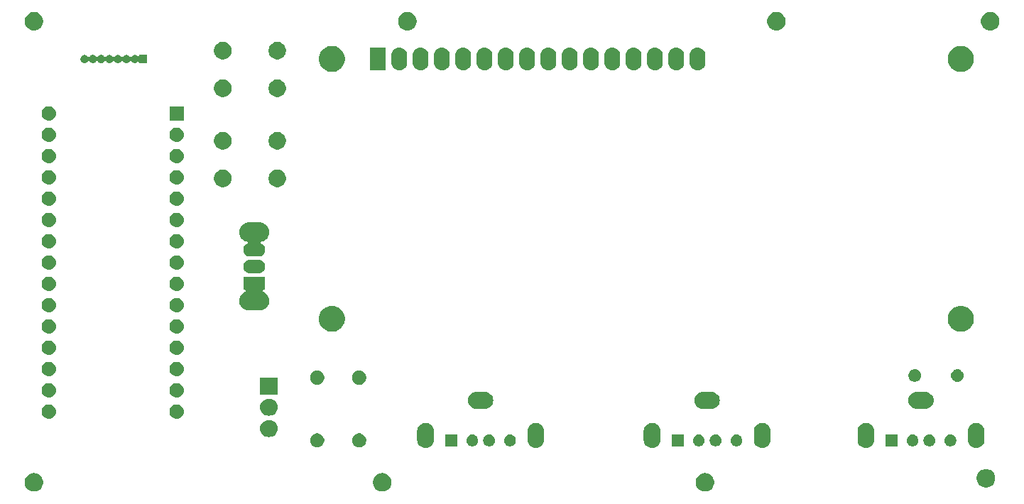
<source format=gbr>
G04 #@! TF.GenerationSoftware,KiCad,Pcbnew,5.1.1-8be2ce7~80~ubuntu16.04.1*
G04 #@! TF.CreationDate,2019-04-23T13:07:39+02:00*
G04 #@! TF.ProjectId,noname,6e6f6e61-6d65-42e6-9b69-6361645f7063,rev?*
G04 #@! TF.SameCoordinates,Original*
G04 #@! TF.FileFunction,Soldermask,Top*
G04 #@! TF.FilePolarity,Negative*
%FSLAX46Y46*%
G04 Gerber Fmt 4.6, Leading zero omitted, Abs format (unit mm)*
G04 Created by KiCad (PCBNEW 5.1.1-8be2ce7~80~ubuntu16.04.1) date 2019-04-23 13:07:39*
%MOMM*%
%LPD*%
G04 APERTURE LIST*
%ADD10C,0.100000*%
G04 APERTURE END LIST*
D10*
G36*
X242714794Y-119920155D02*
G01*
X242821150Y-119941311D01*
X242910883Y-119978480D01*
X243021520Y-120024307D01*
X243201844Y-120144795D01*
X243355205Y-120298156D01*
X243475693Y-120478480D01*
X243558689Y-120678851D01*
X243601000Y-120891560D01*
X243601000Y-121108440D01*
X243558689Y-121321149D01*
X243475693Y-121521520D01*
X243355205Y-121701844D01*
X243201844Y-121855205D01*
X243021520Y-121975693D01*
X242921334Y-122017191D01*
X242821150Y-122058689D01*
X242714795Y-122079844D01*
X242608440Y-122101000D01*
X242391560Y-122101000D01*
X242285205Y-122079844D01*
X242178850Y-122058689D01*
X242078666Y-122017191D01*
X241978480Y-121975693D01*
X241798156Y-121855205D01*
X241644795Y-121701844D01*
X241524307Y-121521520D01*
X241441311Y-121321149D01*
X241399000Y-121108440D01*
X241399000Y-120891560D01*
X241441311Y-120678851D01*
X241524307Y-120478480D01*
X241644795Y-120298156D01*
X241798156Y-120144795D01*
X241978480Y-120024307D01*
X242089117Y-119978480D01*
X242178850Y-119941311D01*
X242285206Y-119920155D01*
X242391560Y-119899000D01*
X242608440Y-119899000D01*
X242714794Y-119920155D01*
X242714794Y-119920155D01*
G37*
G36*
X204214794Y-119920155D02*
G01*
X204321150Y-119941311D01*
X204410883Y-119978480D01*
X204521520Y-120024307D01*
X204701844Y-120144795D01*
X204855205Y-120298156D01*
X204975693Y-120478480D01*
X205058689Y-120678851D01*
X205101000Y-120891560D01*
X205101000Y-121108440D01*
X205058689Y-121321149D01*
X204975693Y-121521520D01*
X204855205Y-121701844D01*
X204701844Y-121855205D01*
X204521520Y-121975693D01*
X204421334Y-122017191D01*
X204321150Y-122058689D01*
X204214795Y-122079844D01*
X204108440Y-122101000D01*
X203891560Y-122101000D01*
X203785205Y-122079844D01*
X203678850Y-122058689D01*
X203578666Y-122017191D01*
X203478480Y-121975693D01*
X203298156Y-121855205D01*
X203144795Y-121701844D01*
X203024307Y-121521520D01*
X202941311Y-121321149D01*
X202899000Y-121108440D01*
X202899000Y-120891560D01*
X202941311Y-120678851D01*
X203024307Y-120478480D01*
X203144795Y-120298156D01*
X203298156Y-120144795D01*
X203478480Y-120024307D01*
X203589117Y-119978480D01*
X203678850Y-119941311D01*
X203785206Y-119920155D01*
X203891560Y-119899000D01*
X204108440Y-119899000D01*
X204214794Y-119920155D01*
X204214794Y-119920155D01*
G37*
G36*
X162714794Y-119920155D02*
G01*
X162821150Y-119941311D01*
X162910883Y-119978480D01*
X163021520Y-120024307D01*
X163201844Y-120144795D01*
X163355205Y-120298156D01*
X163475693Y-120478480D01*
X163558689Y-120678851D01*
X163601000Y-120891560D01*
X163601000Y-121108440D01*
X163558689Y-121321149D01*
X163475693Y-121521520D01*
X163355205Y-121701844D01*
X163201844Y-121855205D01*
X163021520Y-121975693D01*
X162921334Y-122017191D01*
X162821150Y-122058689D01*
X162714795Y-122079844D01*
X162608440Y-122101000D01*
X162391560Y-122101000D01*
X162285205Y-122079844D01*
X162178850Y-122058689D01*
X162078666Y-122017191D01*
X161978480Y-121975693D01*
X161798156Y-121855205D01*
X161644795Y-121701844D01*
X161524307Y-121521520D01*
X161441311Y-121321149D01*
X161399000Y-121108440D01*
X161399000Y-120891560D01*
X161441311Y-120678851D01*
X161524307Y-120478480D01*
X161644795Y-120298156D01*
X161798156Y-120144795D01*
X161978480Y-120024307D01*
X162089117Y-119978480D01*
X162178850Y-119941311D01*
X162285206Y-119920155D01*
X162391560Y-119899000D01*
X162608440Y-119899000D01*
X162714794Y-119920155D01*
X162714794Y-119920155D01*
G37*
G36*
X276214795Y-119420156D02*
G01*
X276321150Y-119441311D01*
X276421334Y-119482809D01*
X276521520Y-119524307D01*
X276701844Y-119644795D01*
X276855205Y-119798156D01*
X276975693Y-119978480D01*
X277058689Y-120178851D01*
X277101000Y-120391560D01*
X277101000Y-120608440D01*
X277058689Y-120821149D01*
X276975693Y-121021520D01*
X276855205Y-121201844D01*
X276701844Y-121355205D01*
X276521520Y-121475693D01*
X276321150Y-121558689D01*
X276214794Y-121579845D01*
X276108440Y-121601000D01*
X275891560Y-121601000D01*
X275785206Y-121579845D01*
X275678850Y-121558689D01*
X275478480Y-121475693D01*
X275298156Y-121355205D01*
X275144795Y-121201844D01*
X275024307Y-121021520D01*
X274941311Y-120821149D01*
X274899000Y-120608440D01*
X274899000Y-120391560D01*
X274941311Y-120178851D01*
X275024307Y-119978480D01*
X275144795Y-119798156D01*
X275298156Y-119644795D01*
X275478480Y-119524307D01*
X275578666Y-119482809D01*
X275678850Y-119441311D01*
X275785205Y-119420156D01*
X275891560Y-119399000D01*
X276108440Y-119399000D01*
X276214795Y-119420156D01*
X276214795Y-119420156D01*
G37*
G36*
X261876228Y-113913483D02*
G01*
X262064922Y-113970723D01*
X262238815Y-114063671D01*
X262391239Y-114188761D01*
X262516329Y-114341185D01*
X262609277Y-114515078D01*
X262666517Y-114703772D01*
X262681000Y-114850825D01*
X262681000Y-115949175D01*
X262666517Y-116096228D01*
X262609277Y-116284922D01*
X262516329Y-116458815D01*
X262391239Y-116611239D01*
X262238815Y-116736329D01*
X262064921Y-116829277D01*
X261876227Y-116886517D01*
X261680000Y-116905843D01*
X261483772Y-116886517D01*
X261295078Y-116829277D01*
X261121185Y-116736329D01*
X260968761Y-116611239D01*
X260843671Y-116458815D01*
X260750723Y-116284921D01*
X260693483Y-116096227D01*
X260679000Y-115949174D01*
X260679000Y-114850825D01*
X260693483Y-114703769D01*
X260750722Y-114515081D01*
X260843672Y-114341185D01*
X260968762Y-114188761D01*
X261121186Y-114063671D01*
X261295079Y-113970723D01*
X261483773Y-113913483D01*
X261680000Y-113894157D01*
X261876228Y-113913483D01*
X261876228Y-113913483D01*
G37*
G36*
X209376228Y-113913483D02*
G01*
X209564922Y-113970723D01*
X209738815Y-114063671D01*
X209891239Y-114188761D01*
X210016329Y-114341185D01*
X210109277Y-114515078D01*
X210166517Y-114703772D01*
X210181000Y-114850825D01*
X210181000Y-115949175D01*
X210166517Y-116096228D01*
X210109277Y-116284922D01*
X210016329Y-116458815D01*
X209891239Y-116611239D01*
X209738815Y-116736329D01*
X209564921Y-116829277D01*
X209376227Y-116886517D01*
X209180000Y-116905843D01*
X208983772Y-116886517D01*
X208795078Y-116829277D01*
X208621185Y-116736329D01*
X208468761Y-116611239D01*
X208343671Y-116458815D01*
X208250723Y-116284921D01*
X208193483Y-116096227D01*
X208179000Y-115949174D01*
X208179000Y-114850825D01*
X208193483Y-114703769D01*
X208250722Y-114515081D01*
X208343672Y-114341185D01*
X208468762Y-114188761D01*
X208621186Y-114063671D01*
X208795079Y-113970723D01*
X208983773Y-113913483D01*
X209180000Y-113894157D01*
X209376228Y-113913483D01*
X209376228Y-113913483D01*
G37*
G36*
X249516227Y-113913483D02*
G01*
X249704921Y-113970723D01*
X249878815Y-114063671D01*
X250031239Y-114188761D01*
X250156329Y-114341185D01*
X250249277Y-114515078D01*
X250306517Y-114703772D01*
X250321000Y-114850825D01*
X250321000Y-115949175D01*
X250306517Y-116096228D01*
X250249277Y-116284922D01*
X250156329Y-116458815D01*
X250031239Y-116611239D01*
X249878815Y-116736329D01*
X249704922Y-116829277D01*
X249516228Y-116886517D01*
X249320000Y-116905843D01*
X249123773Y-116886517D01*
X248935079Y-116829277D01*
X248761186Y-116736329D01*
X248608762Y-116611239D01*
X248483672Y-116458815D01*
X248390722Y-116284919D01*
X248333483Y-116096231D01*
X248319000Y-115949175D01*
X248319000Y-114850826D01*
X248333483Y-114703773D01*
X248390723Y-114515079D01*
X248483671Y-114341185D01*
X248608761Y-114188761D01*
X248761185Y-114063671D01*
X248935078Y-113970723D01*
X249123772Y-113913483D01*
X249320000Y-113894157D01*
X249516227Y-113913483D01*
X249516227Y-113913483D01*
G37*
G36*
X275016227Y-113913483D02*
G01*
X275204921Y-113970723D01*
X275378815Y-114063671D01*
X275531239Y-114188761D01*
X275656329Y-114341185D01*
X275749277Y-114515078D01*
X275806517Y-114703772D01*
X275821000Y-114850825D01*
X275821000Y-115949175D01*
X275806517Y-116096228D01*
X275749277Y-116284922D01*
X275656329Y-116458815D01*
X275531239Y-116611239D01*
X275378815Y-116736329D01*
X275204922Y-116829277D01*
X275016228Y-116886517D01*
X274820000Y-116905843D01*
X274623773Y-116886517D01*
X274435079Y-116829277D01*
X274261186Y-116736329D01*
X274108762Y-116611239D01*
X273983672Y-116458815D01*
X273890722Y-116284919D01*
X273833483Y-116096231D01*
X273819000Y-115949175D01*
X273819000Y-114850826D01*
X273833483Y-114703773D01*
X273890723Y-114515079D01*
X273983671Y-114341185D01*
X274108761Y-114188761D01*
X274261185Y-114063671D01*
X274435078Y-113970723D01*
X274623772Y-113913483D01*
X274820000Y-113894157D01*
X275016227Y-113913483D01*
X275016227Y-113913483D01*
G37*
G36*
X222516227Y-113913483D02*
G01*
X222704921Y-113970723D01*
X222878815Y-114063671D01*
X223031239Y-114188761D01*
X223156329Y-114341185D01*
X223249277Y-114515078D01*
X223306517Y-114703772D01*
X223321000Y-114850825D01*
X223321000Y-115949175D01*
X223306517Y-116096228D01*
X223249277Y-116284922D01*
X223156329Y-116458815D01*
X223031239Y-116611239D01*
X222878815Y-116736329D01*
X222704922Y-116829277D01*
X222516228Y-116886517D01*
X222320000Y-116905843D01*
X222123773Y-116886517D01*
X221935079Y-116829277D01*
X221761186Y-116736329D01*
X221608762Y-116611239D01*
X221483672Y-116458815D01*
X221390722Y-116284919D01*
X221333483Y-116096231D01*
X221319000Y-115949175D01*
X221319000Y-114850826D01*
X221333483Y-114703773D01*
X221390723Y-114515079D01*
X221483671Y-114341185D01*
X221608761Y-114188761D01*
X221761185Y-114063671D01*
X221935078Y-113970723D01*
X222123772Y-113913483D01*
X222320000Y-113894157D01*
X222516227Y-113913483D01*
X222516227Y-113913483D01*
G37*
G36*
X236376228Y-113913483D02*
G01*
X236564922Y-113970723D01*
X236738815Y-114063671D01*
X236891239Y-114188761D01*
X237016329Y-114341185D01*
X237109277Y-114515078D01*
X237166517Y-114703772D01*
X237181000Y-114850825D01*
X237181000Y-115949175D01*
X237166517Y-116096228D01*
X237109277Y-116284922D01*
X237016329Y-116458815D01*
X236891239Y-116611239D01*
X236738815Y-116736329D01*
X236564921Y-116829277D01*
X236376227Y-116886517D01*
X236180000Y-116905843D01*
X235983772Y-116886517D01*
X235795078Y-116829277D01*
X235621185Y-116736329D01*
X235468761Y-116611239D01*
X235343671Y-116458815D01*
X235250723Y-116284921D01*
X235193483Y-116096227D01*
X235179000Y-115949174D01*
X235179000Y-114850825D01*
X235193483Y-114703769D01*
X235250722Y-114515081D01*
X235343672Y-114341185D01*
X235468762Y-114188761D01*
X235621186Y-114063671D01*
X235795079Y-113970723D01*
X235983773Y-113913483D01*
X236180000Y-113894157D01*
X236376228Y-113913483D01*
X236376228Y-113913483D01*
G37*
G36*
X196498228Y-115181703D02*
G01*
X196653100Y-115245853D01*
X196792481Y-115338985D01*
X196911015Y-115457519D01*
X197004147Y-115596900D01*
X197068297Y-115751772D01*
X197101000Y-115916184D01*
X197101000Y-116083816D01*
X197068297Y-116248228D01*
X197004147Y-116403100D01*
X196911015Y-116542481D01*
X196792481Y-116661015D01*
X196653100Y-116754147D01*
X196498228Y-116818297D01*
X196333816Y-116851000D01*
X196166184Y-116851000D01*
X196001772Y-116818297D01*
X195846900Y-116754147D01*
X195707519Y-116661015D01*
X195588985Y-116542481D01*
X195495853Y-116403100D01*
X195431703Y-116248228D01*
X195399000Y-116083816D01*
X195399000Y-115916184D01*
X195431703Y-115751772D01*
X195495853Y-115596900D01*
X195588985Y-115457519D01*
X195707519Y-115338985D01*
X195846900Y-115245853D01*
X196001772Y-115181703D01*
X196166184Y-115149000D01*
X196333816Y-115149000D01*
X196498228Y-115181703D01*
X196498228Y-115181703D01*
G37*
G36*
X201498228Y-115181703D02*
G01*
X201653100Y-115245853D01*
X201792481Y-115338985D01*
X201911015Y-115457519D01*
X202004147Y-115596900D01*
X202068297Y-115751772D01*
X202101000Y-115916184D01*
X202101000Y-116083816D01*
X202068297Y-116248228D01*
X202004147Y-116403100D01*
X201911015Y-116542481D01*
X201792481Y-116661015D01*
X201653100Y-116754147D01*
X201498228Y-116818297D01*
X201333816Y-116851000D01*
X201166184Y-116851000D01*
X201001772Y-116818297D01*
X200846900Y-116754147D01*
X200707519Y-116661015D01*
X200588985Y-116542481D01*
X200495853Y-116403100D01*
X200431703Y-116248228D01*
X200399000Y-116083816D01*
X200399000Y-115916184D01*
X200431703Y-115751772D01*
X200495853Y-115596900D01*
X200588985Y-115457519D01*
X200707519Y-115338985D01*
X200846900Y-115245853D01*
X201001772Y-115181703D01*
X201166184Y-115149000D01*
X201333816Y-115149000D01*
X201498228Y-115181703D01*
X201498228Y-115181703D01*
G37*
G36*
X267454473Y-115325938D02*
G01*
X267582049Y-115378782D01*
X267696859Y-115455495D01*
X267794505Y-115553141D01*
X267871218Y-115667951D01*
X267924062Y-115795527D01*
X267951000Y-115930956D01*
X267951000Y-116069044D01*
X267924062Y-116204473D01*
X267871218Y-116332049D01*
X267794505Y-116446859D01*
X267696859Y-116544505D01*
X267582049Y-116621218D01*
X267454473Y-116674062D01*
X267319044Y-116701000D01*
X267180956Y-116701000D01*
X267045527Y-116674062D01*
X266917951Y-116621218D01*
X266803141Y-116544505D01*
X266705495Y-116446859D01*
X266628782Y-116332049D01*
X266575938Y-116204473D01*
X266549000Y-116069044D01*
X266549000Y-115930956D01*
X266575938Y-115795527D01*
X266628782Y-115667951D01*
X266705495Y-115553141D01*
X266803141Y-115455495D01*
X266917951Y-115378782D01*
X267045527Y-115325938D01*
X267180956Y-115299000D01*
X267319044Y-115299000D01*
X267454473Y-115325938D01*
X267454473Y-115325938D01*
G37*
G36*
X241954473Y-115325938D02*
G01*
X242082049Y-115378782D01*
X242196859Y-115455495D01*
X242294505Y-115553141D01*
X242371218Y-115667951D01*
X242424062Y-115795527D01*
X242451000Y-115930956D01*
X242451000Y-116069044D01*
X242424062Y-116204473D01*
X242371218Y-116332049D01*
X242294505Y-116446859D01*
X242196859Y-116544505D01*
X242082049Y-116621218D01*
X241954473Y-116674062D01*
X241819044Y-116701000D01*
X241680956Y-116701000D01*
X241545527Y-116674062D01*
X241417951Y-116621218D01*
X241303141Y-116544505D01*
X241205495Y-116446859D01*
X241128782Y-116332049D01*
X241075938Y-116204473D01*
X241049000Y-116069044D01*
X241049000Y-115930956D01*
X241075938Y-115795527D01*
X241128782Y-115667951D01*
X241205495Y-115553141D01*
X241303141Y-115455495D01*
X241417951Y-115378782D01*
X241545527Y-115325938D01*
X241680956Y-115299000D01*
X241819044Y-115299000D01*
X241954473Y-115325938D01*
X241954473Y-115325938D01*
G37*
G36*
X246454473Y-115325938D02*
G01*
X246582049Y-115378782D01*
X246696859Y-115455495D01*
X246794505Y-115553141D01*
X246871218Y-115667951D01*
X246924062Y-115795527D01*
X246951000Y-115930956D01*
X246951000Y-116069044D01*
X246924062Y-116204473D01*
X246871218Y-116332049D01*
X246794505Y-116446859D01*
X246696859Y-116544505D01*
X246582049Y-116621218D01*
X246454473Y-116674062D01*
X246319044Y-116701000D01*
X246180956Y-116701000D01*
X246045527Y-116674062D01*
X245917951Y-116621218D01*
X245803141Y-116544505D01*
X245705495Y-116446859D01*
X245628782Y-116332049D01*
X245575938Y-116204473D01*
X245549000Y-116069044D01*
X245549000Y-115930956D01*
X245575938Y-115795527D01*
X245628782Y-115667951D01*
X245705495Y-115553141D01*
X245803141Y-115455495D01*
X245917951Y-115378782D01*
X246045527Y-115325938D01*
X246180956Y-115299000D01*
X246319044Y-115299000D01*
X246454473Y-115325938D01*
X246454473Y-115325938D01*
G37*
G36*
X219454473Y-115325938D02*
G01*
X219582049Y-115378782D01*
X219696859Y-115455495D01*
X219794505Y-115553141D01*
X219871218Y-115667951D01*
X219924062Y-115795527D01*
X219951000Y-115930956D01*
X219951000Y-116069044D01*
X219924062Y-116204473D01*
X219871218Y-116332049D01*
X219794505Y-116446859D01*
X219696859Y-116544505D01*
X219582049Y-116621218D01*
X219454473Y-116674062D01*
X219319044Y-116701000D01*
X219180956Y-116701000D01*
X219045527Y-116674062D01*
X218917951Y-116621218D01*
X218803141Y-116544505D01*
X218705495Y-116446859D01*
X218628782Y-116332049D01*
X218575938Y-116204473D01*
X218549000Y-116069044D01*
X218549000Y-115930956D01*
X218575938Y-115795527D01*
X218628782Y-115667951D01*
X218705495Y-115553141D01*
X218803141Y-115455495D01*
X218917951Y-115378782D01*
X219045527Y-115325938D01*
X219180956Y-115299000D01*
X219319044Y-115299000D01*
X219454473Y-115325938D01*
X219454473Y-115325938D01*
G37*
G36*
X216954473Y-115325938D02*
G01*
X217082049Y-115378782D01*
X217196859Y-115455495D01*
X217294505Y-115553141D01*
X217371218Y-115667951D01*
X217424062Y-115795527D01*
X217451000Y-115930956D01*
X217451000Y-116069044D01*
X217424062Y-116204473D01*
X217371218Y-116332049D01*
X217294505Y-116446859D01*
X217196859Y-116544505D01*
X217082049Y-116621218D01*
X216954473Y-116674062D01*
X216819044Y-116701000D01*
X216680956Y-116701000D01*
X216545527Y-116674062D01*
X216417951Y-116621218D01*
X216303141Y-116544505D01*
X216205495Y-116446859D01*
X216128782Y-116332049D01*
X216075938Y-116204473D01*
X216049000Y-116069044D01*
X216049000Y-115930956D01*
X216075938Y-115795527D01*
X216128782Y-115667951D01*
X216205495Y-115553141D01*
X216303141Y-115455495D01*
X216417951Y-115378782D01*
X216545527Y-115325938D01*
X216680956Y-115299000D01*
X216819044Y-115299000D01*
X216954473Y-115325938D01*
X216954473Y-115325938D01*
G37*
G36*
X214954473Y-115325938D02*
G01*
X215082049Y-115378782D01*
X215196859Y-115455495D01*
X215294505Y-115553141D01*
X215371218Y-115667951D01*
X215424062Y-115795527D01*
X215451000Y-115930956D01*
X215451000Y-116069044D01*
X215424062Y-116204473D01*
X215371218Y-116332049D01*
X215294505Y-116446859D01*
X215196859Y-116544505D01*
X215082049Y-116621218D01*
X214954473Y-116674062D01*
X214819044Y-116701000D01*
X214680956Y-116701000D01*
X214545527Y-116674062D01*
X214417951Y-116621218D01*
X214303141Y-116544505D01*
X214205495Y-116446859D01*
X214128782Y-116332049D01*
X214075938Y-116204473D01*
X214049000Y-116069044D01*
X214049000Y-115930956D01*
X214075938Y-115795527D01*
X214128782Y-115667951D01*
X214205495Y-115553141D01*
X214303141Y-115455495D01*
X214417951Y-115378782D01*
X214545527Y-115325938D01*
X214680956Y-115299000D01*
X214819044Y-115299000D01*
X214954473Y-115325938D01*
X214954473Y-115325938D01*
G37*
G36*
X212951000Y-116701000D02*
G01*
X211549000Y-116701000D01*
X211549000Y-115299000D01*
X212951000Y-115299000D01*
X212951000Y-116701000D01*
X212951000Y-116701000D01*
G37*
G36*
X265451000Y-116701000D02*
G01*
X264049000Y-116701000D01*
X264049000Y-115299000D01*
X265451000Y-115299000D01*
X265451000Y-116701000D01*
X265451000Y-116701000D01*
G37*
G36*
X269454473Y-115325938D02*
G01*
X269582049Y-115378782D01*
X269696859Y-115455495D01*
X269794505Y-115553141D01*
X269871218Y-115667951D01*
X269924062Y-115795527D01*
X269951000Y-115930956D01*
X269951000Y-116069044D01*
X269924062Y-116204473D01*
X269871218Y-116332049D01*
X269794505Y-116446859D01*
X269696859Y-116544505D01*
X269582049Y-116621218D01*
X269454473Y-116674062D01*
X269319044Y-116701000D01*
X269180956Y-116701000D01*
X269045527Y-116674062D01*
X268917951Y-116621218D01*
X268803141Y-116544505D01*
X268705495Y-116446859D01*
X268628782Y-116332049D01*
X268575938Y-116204473D01*
X268549000Y-116069044D01*
X268549000Y-115930956D01*
X268575938Y-115795527D01*
X268628782Y-115667951D01*
X268705495Y-115553141D01*
X268803141Y-115455495D01*
X268917951Y-115378782D01*
X269045527Y-115325938D01*
X269180956Y-115299000D01*
X269319044Y-115299000D01*
X269454473Y-115325938D01*
X269454473Y-115325938D01*
G37*
G36*
X271954473Y-115325938D02*
G01*
X272082049Y-115378782D01*
X272196859Y-115455495D01*
X272294505Y-115553141D01*
X272371218Y-115667951D01*
X272424062Y-115795527D01*
X272451000Y-115930956D01*
X272451000Y-116069044D01*
X272424062Y-116204473D01*
X272371218Y-116332049D01*
X272294505Y-116446859D01*
X272196859Y-116544505D01*
X272082049Y-116621218D01*
X271954473Y-116674062D01*
X271819044Y-116701000D01*
X271680956Y-116701000D01*
X271545527Y-116674062D01*
X271417951Y-116621218D01*
X271303141Y-116544505D01*
X271205495Y-116446859D01*
X271128782Y-116332049D01*
X271075938Y-116204473D01*
X271049000Y-116069044D01*
X271049000Y-115930956D01*
X271075938Y-115795527D01*
X271128782Y-115667951D01*
X271205495Y-115553141D01*
X271303141Y-115455495D01*
X271417951Y-115378782D01*
X271545527Y-115325938D01*
X271680956Y-115299000D01*
X271819044Y-115299000D01*
X271954473Y-115325938D01*
X271954473Y-115325938D01*
G37*
G36*
X239951000Y-116701000D02*
G01*
X238549000Y-116701000D01*
X238549000Y-115299000D01*
X239951000Y-115299000D01*
X239951000Y-116701000D01*
X239951000Y-116701000D01*
G37*
G36*
X243954473Y-115325938D02*
G01*
X244082049Y-115378782D01*
X244196859Y-115455495D01*
X244294505Y-115553141D01*
X244371218Y-115667951D01*
X244424062Y-115795527D01*
X244451000Y-115930956D01*
X244451000Y-116069044D01*
X244424062Y-116204473D01*
X244371218Y-116332049D01*
X244294505Y-116446859D01*
X244196859Y-116544505D01*
X244082049Y-116621218D01*
X243954473Y-116674062D01*
X243819044Y-116701000D01*
X243680956Y-116701000D01*
X243545527Y-116674062D01*
X243417951Y-116621218D01*
X243303141Y-116544505D01*
X243205495Y-116446859D01*
X243128782Y-116332049D01*
X243075938Y-116204473D01*
X243049000Y-116069044D01*
X243049000Y-115930956D01*
X243075938Y-115795527D01*
X243128782Y-115667951D01*
X243205495Y-115553141D01*
X243303141Y-115455495D01*
X243417951Y-115378782D01*
X243545527Y-115325938D01*
X243680956Y-115299000D01*
X243819044Y-115299000D01*
X243954473Y-115325938D01*
X243954473Y-115325938D01*
G37*
G36*
X190645936Y-113581340D02*
G01*
X190744220Y-113591020D01*
X190933381Y-113648401D01*
X191107712Y-113741583D01*
X191260515Y-113866985D01*
X191385917Y-114019788D01*
X191479099Y-114194119D01*
X191536480Y-114383280D01*
X191555855Y-114580000D01*
X191536480Y-114776720D01*
X191479099Y-114965881D01*
X191385917Y-115140212D01*
X191260515Y-115293015D01*
X191107712Y-115418417D01*
X190933381Y-115511599D01*
X190744220Y-115568980D01*
X190645936Y-115578660D01*
X190596795Y-115583500D01*
X190403205Y-115583500D01*
X190354064Y-115578660D01*
X190255780Y-115568980D01*
X190066619Y-115511599D01*
X189892288Y-115418417D01*
X189739485Y-115293015D01*
X189614083Y-115140212D01*
X189520901Y-114965881D01*
X189463520Y-114776720D01*
X189444145Y-114580000D01*
X189463520Y-114383280D01*
X189520901Y-114194119D01*
X189614083Y-114019788D01*
X189739485Y-113866985D01*
X189892288Y-113741583D01*
X190066619Y-113648401D01*
X190255780Y-113591020D01*
X190354064Y-113581340D01*
X190403205Y-113576500D01*
X190596795Y-113576500D01*
X190645936Y-113581340D01*
X190645936Y-113581340D01*
G37*
G36*
X179666823Y-111721313D02*
G01*
X179827242Y-111769976D01*
X179959906Y-111840886D01*
X179975078Y-111848996D01*
X180104659Y-111955341D01*
X180211004Y-112084922D01*
X180211005Y-112084924D01*
X180290024Y-112232758D01*
X180338687Y-112393177D01*
X180355117Y-112560000D01*
X180338687Y-112726823D01*
X180290024Y-112887242D01*
X180244935Y-112971598D01*
X180211004Y-113035078D01*
X180104659Y-113164659D01*
X179975078Y-113271004D01*
X179975076Y-113271005D01*
X179827242Y-113350024D01*
X179666823Y-113398687D01*
X179541804Y-113411000D01*
X179458196Y-113411000D01*
X179333177Y-113398687D01*
X179172758Y-113350024D01*
X179024924Y-113271005D01*
X179024922Y-113271004D01*
X178895341Y-113164659D01*
X178788996Y-113035078D01*
X178755065Y-112971598D01*
X178709976Y-112887242D01*
X178661313Y-112726823D01*
X178644883Y-112560000D01*
X178661313Y-112393177D01*
X178709976Y-112232758D01*
X178788995Y-112084924D01*
X178788996Y-112084922D01*
X178895341Y-111955341D01*
X179024922Y-111848996D01*
X179040094Y-111840886D01*
X179172758Y-111769976D01*
X179333177Y-111721313D01*
X179458196Y-111709000D01*
X179541804Y-111709000D01*
X179666823Y-111721313D01*
X179666823Y-111721313D01*
G37*
G36*
X164426823Y-111721313D02*
G01*
X164587242Y-111769976D01*
X164719906Y-111840886D01*
X164735078Y-111848996D01*
X164864659Y-111955341D01*
X164971004Y-112084922D01*
X164971005Y-112084924D01*
X165050024Y-112232758D01*
X165098687Y-112393177D01*
X165115117Y-112560000D01*
X165098687Y-112726823D01*
X165050024Y-112887242D01*
X165004935Y-112971598D01*
X164971004Y-113035078D01*
X164864659Y-113164659D01*
X164735078Y-113271004D01*
X164735076Y-113271005D01*
X164587242Y-113350024D01*
X164426823Y-113398687D01*
X164301804Y-113411000D01*
X164218196Y-113411000D01*
X164093177Y-113398687D01*
X163932758Y-113350024D01*
X163784924Y-113271005D01*
X163784922Y-113271004D01*
X163655341Y-113164659D01*
X163548996Y-113035078D01*
X163515065Y-112971598D01*
X163469976Y-112887242D01*
X163421313Y-112726823D01*
X163404883Y-112560000D01*
X163421313Y-112393177D01*
X163469976Y-112232758D01*
X163548995Y-112084924D01*
X163548996Y-112084922D01*
X163655341Y-111955341D01*
X163784922Y-111848996D01*
X163800094Y-111840886D01*
X163932758Y-111769976D01*
X164093177Y-111721313D01*
X164218196Y-111709000D01*
X164301804Y-111709000D01*
X164426823Y-111721313D01*
X164426823Y-111721313D01*
G37*
G36*
X190645936Y-111041340D02*
G01*
X190744220Y-111051020D01*
X190933381Y-111108401D01*
X191107712Y-111201583D01*
X191260515Y-111326985D01*
X191385917Y-111479788D01*
X191479099Y-111654119D01*
X191536480Y-111843280D01*
X191555855Y-112040000D01*
X191536480Y-112236720D01*
X191479099Y-112425881D01*
X191385917Y-112600212D01*
X191260515Y-112753015D01*
X191107712Y-112878417D01*
X190933381Y-112971599D01*
X190744220Y-113028980D01*
X190645936Y-113038660D01*
X190596795Y-113043500D01*
X190403205Y-113043500D01*
X190354064Y-113038660D01*
X190255780Y-113028980D01*
X190066619Y-112971599D01*
X189892288Y-112878417D01*
X189739485Y-112753015D01*
X189614083Y-112600212D01*
X189520901Y-112425881D01*
X189463520Y-112236720D01*
X189444145Y-112040000D01*
X189463520Y-111843280D01*
X189520901Y-111654119D01*
X189614083Y-111479788D01*
X189739485Y-111326985D01*
X189892288Y-111201583D01*
X190066619Y-111108401D01*
X190255780Y-111051020D01*
X190354064Y-111041340D01*
X190403205Y-111036500D01*
X190596795Y-111036500D01*
X190645936Y-111041340D01*
X190645936Y-111041340D01*
G37*
G36*
X268946228Y-110233483D02*
G01*
X269134922Y-110290723D01*
X269308815Y-110383671D01*
X269461239Y-110508761D01*
X269586329Y-110661185D01*
X269679277Y-110835078D01*
X269736517Y-111023772D01*
X269755843Y-111220000D01*
X269736517Y-111416228D01*
X269679277Y-111604922D01*
X269586329Y-111778815D01*
X269461239Y-111931239D01*
X269308815Y-112056329D01*
X269134922Y-112149277D01*
X268946228Y-112206517D01*
X268799175Y-112221000D01*
X267700825Y-112221000D01*
X267553772Y-112206517D01*
X267365078Y-112149277D01*
X267191185Y-112056329D01*
X267038761Y-111931239D01*
X266913671Y-111778815D01*
X266820723Y-111604922D01*
X266763483Y-111416228D01*
X266744157Y-111220000D01*
X266763483Y-111023772D01*
X266820723Y-110835078D01*
X266913671Y-110661185D01*
X267038761Y-110508761D01*
X267191185Y-110383671D01*
X267365078Y-110290723D01*
X267553772Y-110233483D01*
X267700825Y-110219000D01*
X268799175Y-110219000D01*
X268946228Y-110233483D01*
X268946228Y-110233483D01*
G37*
G36*
X243446228Y-110233483D02*
G01*
X243634922Y-110290723D01*
X243808815Y-110383671D01*
X243961239Y-110508761D01*
X244086329Y-110661185D01*
X244179277Y-110835078D01*
X244236517Y-111023772D01*
X244255843Y-111220000D01*
X244236517Y-111416228D01*
X244179277Y-111604922D01*
X244086329Y-111778815D01*
X243961239Y-111931239D01*
X243808815Y-112056329D01*
X243634922Y-112149277D01*
X243446228Y-112206517D01*
X243299175Y-112221000D01*
X242200825Y-112221000D01*
X242053772Y-112206517D01*
X241865078Y-112149277D01*
X241691185Y-112056329D01*
X241538761Y-111931239D01*
X241413671Y-111778815D01*
X241320723Y-111604922D01*
X241263483Y-111416228D01*
X241244157Y-111220000D01*
X241263483Y-111023772D01*
X241320723Y-110835078D01*
X241413671Y-110661185D01*
X241538761Y-110508761D01*
X241691185Y-110383671D01*
X241865078Y-110290723D01*
X242053772Y-110233483D01*
X242200825Y-110219000D01*
X243299175Y-110219000D01*
X243446228Y-110233483D01*
X243446228Y-110233483D01*
G37*
G36*
X216446228Y-110233483D02*
G01*
X216634922Y-110290723D01*
X216808815Y-110383671D01*
X216961239Y-110508761D01*
X217086329Y-110661185D01*
X217179277Y-110835078D01*
X217236517Y-111023772D01*
X217255843Y-111220000D01*
X217236517Y-111416228D01*
X217179277Y-111604922D01*
X217086329Y-111778815D01*
X216961239Y-111931239D01*
X216808815Y-112056329D01*
X216634922Y-112149277D01*
X216446228Y-112206517D01*
X216299175Y-112221000D01*
X215200825Y-112221000D01*
X215053772Y-112206517D01*
X214865078Y-112149277D01*
X214691185Y-112056329D01*
X214538761Y-111931239D01*
X214413671Y-111778815D01*
X214320723Y-111604922D01*
X214263483Y-111416228D01*
X214244157Y-111220000D01*
X214263483Y-111023772D01*
X214320723Y-110835078D01*
X214413671Y-110661185D01*
X214538761Y-110508761D01*
X214691185Y-110383671D01*
X214865078Y-110290723D01*
X215053772Y-110233483D01*
X215200825Y-110219000D01*
X216299175Y-110219000D01*
X216446228Y-110233483D01*
X216446228Y-110233483D01*
G37*
G36*
X164426823Y-109181313D02*
G01*
X164587242Y-109229976D01*
X164719906Y-109300886D01*
X164735078Y-109308996D01*
X164864659Y-109415341D01*
X164971004Y-109544922D01*
X164971005Y-109544924D01*
X165050024Y-109692758D01*
X165098687Y-109853177D01*
X165115117Y-110020000D01*
X165098687Y-110186823D01*
X165050024Y-110347242D01*
X164979114Y-110479906D01*
X164971004Y-110495078D01*
X164864659Y-110624659D01*
X164735078Y-110731004D01*
X164735076Y-110731005D01*
X164587242Y-110810024D01*
X164426823Y-110858687D01*
X164301804Y-110871000D01*
X164218196Y-110871000D01*
X164093177Y-110858687D01*
X163932758Y-110810024D01*
X163784924Y-110731005D01*
X163784922Y-110731004D01*
X163655341Y-110624659D01*
X163548996Y-110495078D01*
X163540886Y-110479906D01*
X163469976Y-110347242D01*
X163421313Y-110186823D01*
X163404883Y-110020000D01*
X163421313Y-109853177D01*
X163469976Y-109692758D01*
X163548995Y-109544924D01*
X163548996Y-109544922D01*
X163655341Y-109415341D01*
X163784922Y-109308996D01*
X163800094Y-109300886D01*
X163932758Y-109229976D01*
X164093177Y-109181313D01*
X164218196Y-109169000D01*
X164301804Y-109169000D01*
X164426823Y-109181313D01*
X164426823Y-109181313D01*
G37*
G36*
X179666823Y-109181313D02*
G01*
X179827242Y-109229976D01*
X179959906Y-109300886D01*
X179975078Y-109308996D01*
X180104659Y-109415341D01*
X180211004Y-109544922D01*
X180211005Y-109544924D01*
X180290024Y-109692758D01*
X180338687Y-109853177D01*
X180355117Y-110020000D01*
X180338687Y-110186823D01*
X180290024Y-110347242D01*
X180219114Y-110479906D01*
X180211004Y-110495078D01*
X180104659Y-110624659D01*
X179975078Y-110731004D01*
X179975076Y-110731005D01*
X179827242Y-110810024D01*
X179666823Y-110858687D01*
X179541804Y-110871000D01*
X179458196Y-110871000D01*
X179333177Y-110858687D01*
X179172758Y-110810024D01*
X179024924Y-110731005D01*
X179024922Y-110731004D01*
X178895341Y-110624659D01*
X178788996Y-110495078D01*
X178780886Y-110479906D01*
X178709976Y-110347242D01*
X178661313Y-110186823D01*
X178644883Y-110020000D01*
X178661313Y-109853177D01*
X178709976Y-109692758D01*
X178788995Y-109544924D01*
X178788996Y-109544922D01*
X178895341Y-109415341D01*
X179024922Y-109308996D01*
X179040094Y-109300886D01*
X179172758Y-109229976D01*
X179333177Y-109181313D01*
X179458196Y-109169000D01*
X179541804Y-109169000D01*
X179666823Y-109181313D01*
X179666823Y-109181313D01*
G37*
G36*
X191551000Y-110503500D02*
G01*
X189449000Y-110503500D01*
X189449000Y-108496500D01*
X191551000Y-108496500D01*
X191551000Y-110503500D01*
X191551000Y-110503500D01*
G37*
G36*
X196498228Y-107681703D02*
G01*
X196653100Y-107745853D01*
X196792481Y-107838985D01*
X196911015Y-107957519D01*
X197004147Y-108096900D01*
X197068297Y-108251772D01*
X197101000Y-108416184D01*
X197101000Y-108583816D01*
X197068297Y-108748228D01*
X197004147Y-108903100D01*
X196911015Y-109042481D01*
X196792481Y-109161015D01*
X196653100Y-109254147D01*
X196498228Y-109318297D01*
X196333816Y-109351000D01*
X196166184Y-109351000D01*
X196001772Y-109318297D01*
X195846900Y-109254147D01*
X195707519Y-109161015D01*
X195588985Y-109042481D01*
X195495853Y-108903100D01*
X195431703Y-108748228D01*
X195399000Y-108583816D01*
X195399000Y-108416184D01*
X195431703Y-108251772D01*
X195495853Y-108096900D01*
X195588985Y-107957519D01*
X195707519Y-107838985D01*
X195846900Y-107745853D01*
X196001772Y-107681703D01*
X196166184Y-107649000D01*
X196333816Y-107649000D01*
X196498228Y-107681703D01*
X196498228Y-107681703D01*
G37*
G36*
X201498228Y-107681703D02*
G01*
X201653100Y-107745853D01*
X201792481Y-107838985D01*
X201911015Y-107957519D01*
X202004147Y-108096900D01*
X202068297Y-108251772D01*
X202101000Y-108416184D01*
X202101000Y-108583816D01*
X202068297Y-108748228D01*
X202004147Y-108903100D01*
X201911015Y-109042481D01*
X201792481Y-109161015D01*
X201653100Y-109254147D01*
X201498228Y-109318297D01*
X201333816Y-109351000D01*
X201166184Y-109351000D01*
X201001772Y-109318297D01*
X200846900Y-109254147D01*
X200707519Y-109161015D01*
X200588985Y-109042481D01*
X200495853Y-108903100D01*
X200431703Y-108748228D01*
X200399000Y-108583816D01*
X200399000Y-108416184D01*
X200431703Y-108251772D01*
X200495853Y-108096900D01*
X200588985Y-107957519D01*
X200707519Y-107838985D01*
X200846900Y-107745853D01*
X201001772Y-107681703D01*
X201166184Y-107649000D01*
X201333816Y-107649000D01*
X201498228Y-107681703D01*
X201498228Y-107681703D01*
G37*
G36*
X272653665Y-107502622D02*
G01*
X272727222Y-107509867D01*
X272868786Y-107552810D01*
X272999252Y-107622546D01*
X273028834Y-107646823D01*
X273113607Y-107716393D01*
X273183008Y-107800960D01*
X273207454Y-107830748D01*
X273277190Y-107961214D01*
X273320133Y-108102778D01*
X273334633Y-108250000D01*
X273320133Y-108397222D01*
X273277190Y-108538786D01*
X273207454Y-108669252D01*
X273183008Y-108699040D01*
X273113607Y-108783607D01*
X273053004Y-108833341D01*
X272999252Y-108877454D01*
X272868786Y-108947190D01*
X272727222Y-108990133D01*
X272653665Y-108997378D01*
X272616888Y-109001000D01*
X272543112Y-109001000D01*
X272506335Y-108997378D01*
X272432778Y-108990133D01*
X272291214Y-108947190D01*
X272160748Y-108877454D01*
X272106996Y-108833341D01*
X272046393Y-108783607D01*
X271976992Y-108699040D01*
X271952546Y-108669252D01*
X271882810Y-108538786D01*
X271839867Y-108397222D01*
X271825367Y-108250000D01*
X271839867Y-108102778D01*
X271882810Y-107961214D01*
X271952546Y-107830748D01*
X271976992Y-107800960D01*
X272046393Y-107716393D01*
X272131166Y-107646823D01*
X272160748Y-107622546D01*
X272291214Y-107552810D01*
X272432778Y-107509867D01*
X272506335Y-107502622D01*
X272543112Y-107499000D01*
X272616888Y-107499000D01*
X272653665Y-107502622D01*
X272653665Y-107502622D01*
G37*
G36*
X267719059Y-107527860D02*
G01*
X267779294Y-107552810D01*
X267855732Y-107584472D01*
X267978735Y-107666660D01*
X268083340Y-107771265D01*
X268128589Y-107838985D01*
X268165529Y-107894270D01*
X268191728Y-107957519D01*
X268222140Y-108030941D01*
X268251000Y-108176033D01*
X268251000Y-108323967D01*
X268222140Y-108469059D01*
X268165528Y-108605732D01*
X268083340Y-108728735D01*
X267978735Y-108833340D01*
X267855732Y-108915528D01*
X267855731Y-108915529D01*
X267855730Y-108915529D01*
X267719059Y-108972140D01*
X267573968Y-109001000D01*
X267426032Y-109001000D01*
X267280941Y-108972140D01*
X267144270Y-108915529D01*
X267144269Y-108915529D01*
X267144268Y-108915528D01*
X267021265Y-108833340D01*
X266916660Y-108728735D01*
X266834472Y-108605732D01*
X266777860Y-108469059D01*
X266749000Y-108323967D01*
X266749000Y-108176033D01*
X266777860Y-108030941D01*
X266808272Y-107957519D01*
X266834471Y-107894270D01*
X266871411Y-107838985D01*
X266916660Y-107771265D01*
X267021265Y-107666660D01*
X267144268Y-107584472D01*
X267220707Y-107552810D01*
X267280941Y-107527860D01*
X267426032Y-107499000D01*
X267573968Y-107499000D01*
X267719059Y-107527860D01*
X267719059Y-107527860D01*
G37*
G36*
X164426823Y-106641313D02*
G01*
X164587242Y-106689976D01*
X164719906Y-106760886D01*
X164735078Y-106768996D01*
X164864659Y-106875341D01*
X164971004Y-107004922D01*
X164971005Y-107004924D01*
X165050024Y-107152758D01*
X165098687Y-107313177D01*
X165115117Y-107480000D01*
X165098687Y-107646823D01*
X165050024Y-107807242D01*
X164979114Y-107939906D01*
X164971004Y-107955078D01*
X164864659Y-108084659D01*
X164735078Y-108191004D01*
X164735076Y-108191005D01*
X164587242Y-108270024D01*
X164426823Y-108318687D01*
X164301804Y-108331000D01*
X164218196Y-108331000D01*
X164093177Y-108318687D01*
X163932758Y-108270024D01*
X163784924Y-108191005D01*
X163784922Y-108191004D01*
X163655341Y-108084659D01*
X163548996Y-107955078D01*
X163540886Y-107939906D01*
X163469976Y-107807242D01*
X163421313Y-107646823D01*
X163404883Y-107480000D01*
X163421313Y-107313177D01*
X163469976Y-107152758D01*
X163548995Y-107004924D01*
X163548996Y-107004922D01*
X163655341Y-106875341D01*
X163784922Y-106768996D01*
X163800094Y-106760886D01*
X163932758Y-106689976D01*
X164093177Y-106641313D01*
X164218196Y-106629000D01*
X164301804Y-106629000D01*
X164426823Y-106641313D01*
X164426823Y-106641313D01*
G37*
G36*
X179666823Y-106641313D02*
G01*
X179827242Y-106689976D01*
X179959906Y-106760886D01*
X179975078Y-106768996D01*
X180104659Y-106875341D01*
X180211004Y-107004922D01*
X180211005Y-107004924D01*
X180290024Y-107152758D01*
X180338687Y-107313177D01*
X180355117Y-107480000D01*
X180338687Y-107646823D01*
X180290024Y-107807242D01*
X180219114Y-107939906D01*
X180211004Y-107955078D01*
X180104659Y-108084659D01*
X179975078Y-108191004D01*
X179975076Y-108191005D01*
X179827242Y-108270024D01*
X179666823Y-108318687D01*
X179541804Y-108331000D01*
X179458196Y-108331000D01*
X179333177Y-108318687D01*
X179172758Y-108270024D01*
X179024924Y-108191005D01*
X179024922Y-108191004D01*
X178895341Y-108084659D01*
X178788996Y-107955078D01*
X178780886Y-107939906D01*
X178709976Y-107807242D01*
X178661313Y-107646823D01*
X178644883Y-107480000D01*
X178661313Y-107313177D01*
X178709976Y-107152758D01*
X178788995Y-107004924D01*
X178788996Y-107004922D01*
X178895341Y-106875341D01*
X179024922Y-106768996D01*
X179040094Y-106760886D01*
X179172758Y-106689976D01*
X179333177Y-106641313D01*
X179458196Y-106629000D01*
X179541804Y-106629000D01*
X179666823Y-106641313D01*
X179666823Y-106641313D01*
G37*
G36*
X164426823Y-104101313D02*
G01*
X164587242Y-104149976D01*
X164719906Y-104220886D01*
X164735078Y-104228996D01*
X164864659Y-104335341D01*
X164971004Y-104464922D01*
X164971005Y-104464924D01*
X165050024Y-104612758D01*
X165098687Y-104773177D01*
X165115117Y-104940000D01*
X165098687Y-105106823D01*
X165050024Y-105267242D01*
X164979114Y-105399906D01*
X164971004Y-105415078D01*
X164864659Y-105544659D01*
X164735078Y-105651004D01*
X164735076Y-105651005D01*
X164587242Y-105730024D01*
X164426823Y-105778687D01*
X164301804Y-105791000D01*
X164218196Y-105791000D01*
X164093177Y-105778687D01*
X163932758Y-105730024D01*
X163784924Y-105651005D01*
X163784922Y-105651004D01*
X163655341Y-105544659D01*
X163548996Y-105415078D01*
X163540886Y-105399906D01*
X163469976Y-105267242D01*
X163421313Y-105106823D01*
X163404883Y-104940000D01*
X163421313Y-104773177D01*
X163469976Y-104612758D01*
X163548995Y-104464924D01*
X163548996Y-104464922D01*
X163655341Y-104335341D01*
X163784922Y-104228996D01*
X163800094Y-104220886D01*
X163932758Y-104149976D01*
X164093177Y-104101313D01*
X164218196Y-104089000D01*
X164301804Y-104089000D01*
X164426823Y-104101313D01*
X164426823Y-104101313D01*
G37*
G36*
X179666823Y-104101313D02*
G01*
X179827242Y-104149976D01*
X179959906Y-104220886D01*
X179975078Y-104228996D01*
X180104659Y-104335341D01*
X180211004Y-104464922D01*
X180211005Y-104464924D01*
X180290024Y-104612758D01*
X180338687Y-104773177D01*
X180355117Y-104940000D01*
X180338687Y-105106823D01*
X180290024Y-105267242D01*
X180219114Y-105399906D01*
X180211004Y-105415078D01*
X180104659Y-105544659D01*
X179975078Y-105651004D01*
X179975076Y-105651005D01*
X179827242Y-105730024D01*
X179666823Y-105778687D01*
X179541804Y-105791000D01*
X179458196Y-105791000D01*
X179333177Y-105778687D01*
X179172758Y-105730024D01*
X179024924Y-105651005D01*
X179024922Y-105651004D01*
X178895341Y-105544659D01*
X178788996Y-105415078D01*
X178780886Y-105399906D01*
X178709976Y-105267242D01*
X178661313Y-105106823D01*
X178644883Y-104940000D01*
X178661313Y-104773177D01*
X178709976Y-104612758D01*
X178788995Y-104464924D01*
X178788996Y-104464922D01*
X178895341Y-104335341D01*
X179024922Y-104228996D01*
X179040094Y-104220886D01*
X179172758Y-104149976D01*
X179333177Y-104101313D01*
X179458196Y-104089000D01*
X179541804Y-104089000D01*
X179666823Y-104101313D01*
X179666823Y-104101313D01*
G37*
G36*
X179666823Y-101561313D02*
G01*
X179827242Y-101609976D01*
X179959906Y-101680886D01*
X179975078Y-101688996D01*
X180104659Y-101795341D01*
X180211004Y-101924922D01*
X180211005Y-101924924D01*
X180290024Y-102072758D01*
X180338687Y-102233177D01*
X180355117Y-102400000D01*
X180338687Y-102566823D01*
X180290024Y-102727242D01*
X180219114Y-102859906D01*
X180211004Y-102875078D01*
X180104659Y-103004659D01*
X179975078Y-103111004D01*
X179975076Y-103111005D01*
X179827242Y-103190024D01*
X179666823Y-103238687D01*
X179541804Y-103251000D01*
X179458196Y-103251000D01*
X179333177Y-103238687D01*
X179172758Y-103190024D01*
X179024924Y-103111005D01*
X179024922Y-103111004D01*
X178895341Y-103004659D01*
X178788996Y-102875078D01*
X178780886Y-102859906D01*
X178709976Y-102727242D01*
X178661313Y-102566823D01*
X178644883Y-102400000D01*
X178661313Y-102233177D01*
X178709976Y-102072758D01*
X178788995Y-101924924D01*
X178788996Y-101924922D01*
X178895341Y-101795341D01*
X179024922Y-101688996D01*
X179040094Y-101680886D01*
X179172758Y-101609976D01*
X179333177Y-101561313D01*
X179458196Y-101549000D01*
X179541804Y-101549000D01*
X179666823Y-101561313D01*
X179666823Y-101561313D01*
G37*
G36*
X164426823Y-101561313D02*
G01*
X164587242Y-101609976D01*
X164719906Y-101680886D01*
X164735078Y-101688996D01*
X164864659Y-101795341D01*
X164971004Y-101924922D01*
X164971005Y-101924924D01*
X165050024Y-102072758D01*
X165098687Y-102233177D01*
X165115117Y-102400000D01*
X165098687Y-102566823D01*
X165050024Y-102727242D01*
X164979114Y-102859906D01*
X164971004Y-102875078D01*
X164864659Y-103004659D01*
X164735078Y-103111004D01*
X164735076Y-103111005D01*
X164587242Y-103190024D01*
X164426823Y-103238687D01*
X164301804Y-103251000D01*
X164218196Y-103251000D01*
X164093177Y-103238687D01*
X163932758Y-103190024D01*
X163784924Y-103111005D01*
X163784922Y-103111004D01*
X163655341Y-103004659D01*
X163548996Y-102875078D01*
X163540886Y-102859906D01*
X163469976Y-102727242D01*
X163421313Y-102566823D01*
X163404883Y-102400000D01*
X163421313Y-102233177D01*
X163469976Y-102072758D01*
X163548995Y-101924924D01*
X163548996Y-101924922D01*
X163655341Y-101795341D01*
X163784922Y-101688996D01*
X163800094Y-101680886D01*
X163932758Y-101609976D01*
X164093177Y-101561313D01*
X164218196Y-101549000D01*
X164301804Y-101549000D01*
X164426823Y-101561313D01*
X164426823Y-101561313D01*
G37*
G36*
X198303485Y-99979502D02*
G01*
X198453310Y-100009304D01*
X198735574Y-100126221D01*
X198989605Y-100295959D01*
X199205641Y-100511995D01*
X199375379Y-100766026D01*
X199492296Y-101048290D01*
X199492296Y-101048291D01*
X199551900Y-101347939D01*
X199551900Y-101653461D01*
X199523678Y-101795341D01*
X199492296Y-101953110D01*
X199375379Y-102235374D01*
X199205641Y-102489405D01*
X198989605Y-102705441D01*
X198735574Y-102875179D01*
X198453310Y-102992096D01*
X198390151Y-103004659D01*
X198153661Y-103051700D01*
X197848139Y-103051700D01*
X197611649Y-103004659D01*
X197548490Y-102992096D01*
X197266226Y-102875179D01*
X197012195Y-102705441D01*
X196796159Y-102489405D01*
X196626421Y-102235374D01*
X196509504Y-101953110D01*
X196478122Y-101795341D01*
X196449900Y-101653461D01*
X196449900Y-101347939D01*
X196509504Y-101048291D01*
X196509504Y-101048290D01*
X196626421Y-100766026D01*
X196796159Y-100511995D01*
X197012195Y-100295959D01*
X197266226Y-100126221D01*
X197548490Y-100009304D01*
X197698315Y-99979502D01*
X197848139Y-99949700D01*
X198153661Y-99949700D01*
X198303485Y-99979502D01*
X198303485Y-99979502D01*
G37*
G36*
X273302065Y-99979502D02*
G01*
X273451890Y-100009304D01*
X273734154Y-100126221D01*
X273988185Y-100295959D01*
X274204221Y-100511995D01*
X274373959Y-100766026D01*
X274490876Y-101048290D01*
X274490876Y-101048291D01*
X274550480Y-101347939D01*
X274550480Y-101653461D01*
X274522258Y-101795341D01*
X274490876Y-101953110D01*
X274373959Y-102235374D01*
X274204221Y-102489405D01*
X273988185Y-102705441D01*
X273734154Y-102875179D01*
X273451890Y-102992096D01*
X273388731Y-103004659D01*
X273152241Y-103051700D01*
X272846719Y-103051700D01*
X272610229Y-103004659D01*
X272547070Y-102992096D01*
X272264806Y-102875179D01*
X272010775Y-102705441D01*
X271794739Y-102489405D01*
X271625001Y-102235374D01*
X271508084Y-101953110D01*
X271476702Y-101795341D01*
X271448480Y-101653461D01*
X271448480Y-101347939D01*
X271508084Y-101048291D01*
X271508084Y-101048290D01*
X271625001Y-100766026D01*
X271794739Y-100511995D01*
X272010775Y-100295959D01*
X272264806Y-100126221D01*
X272547070Y-100009304D01*
X272696895Y-99979502D01*
X272846719Y-99949700D01*
X273152241Y-99949700D01*
X273302065Y-99979502D01*
X273302065Y-99979502D01*
G37*
G36*
X164426823Y-99021313D02*
G01*
X164587242Y-99069976D01*
X164688998Y-99124366D01*
X164735078Y-99148996D01*
X164864659Y-99255341D01*
X164971004Y-99384922D01*
X164971005Y-99384924D01*
X165050024Y-99532758D01*
X165098687Y-99693177D01*
X165115117Y-99860000D01*
X165098687Y-100026823D01*
X165050024Y-100187242D01*
X164991913Y-100295959D01*
X164971004Y-100335078D01*
X164864659Y-100464659D01*
X164735078Y-100571004D01*
X164735076Y-100571005D01*
X164587242Y-100650024D01*
X164426823Y-100698687D01*
X164301804Y-100711000D01*
X164218196Y-100711000D01*
X164093177Y-100698687D01*
X163932758Y-100650024D01*
X163784924Y-100571005D01*
X163784922Y-100571004D01*
X163655341Y-100464659D01*
X163548996Y-100335078D01*
X163528087Y-100295959D01*
X163469976Y-100187242D01*
X163421313Y-100026823D01*
X163404883Y-99860000D01*
X163421313Y-99693177D01*
X163469976Y-99532758D01*
X163548995Y-99384924D01*
X163548996Y-99384922D01*
X163655341Y-99255341D01*
X163784922Y-99148996D01*
X163831002Y-99124366D01*
X163932758Y-99069976D01*
X164093177Y-99021313D01*
X164218196Y-99009000D01*
X164301804Y-99009000D01*
X164426823Y-99021313D01*
X164426823Y-99021313D01*
G37*
G36*
X179666823Y-99021313D02*
G01*
X179827242Y-99069976D01*
X179928998Y-99124366D01*
X179975078Y-99148996D01*
X180104659Y-99255341D01*
X180211004Y-99384922D01*
X180211005Y-99384924D01*
X180290024Y-99532758D01*
X180338687Y-99693177D01*
X180355117Y-99860000D01*
X180338687Y-100026823D01*
X180290024Y-100187242D01*
X180231913Y-100295959D01*
X180211004Y-100335078D01*
X180104659Y-100464659D01*
X179975078Y-100571004D01*
X179975076Y-100571005D01*
X179827242Y-100650024D01*
X179666823Y-100698687D01*
X179541804Y-100711000D01*
X179458196Y-100711000D01*
X179333177Y-100698687D01*
X179172758Y-100650024D01*
X179024924Y-100571005D01*
X179024922Y-100571004D01*
X178895341Y-100464659D01*
X178788996Y-100335078D01*
X178768087Y-100295959D01*
X178709976Y-100187242D01*
X178661313Y-100026823D01*
X178644883Y-99860000D01*
X178661313Y-99693177D01*
X178709976Y-99532758D01*
X178788995Y-99384924D01*
X178788996Y-99384922D01*
X178895341Y-99255341D01*
X179024922Y-99148996D01*
X179071002Y-99124366D01*
X179172758Y-99069976D01*
X179333177Y-99021313D01*
X179458196Y-99009000D01*
X179541804Y-99009000D01*
X179666823Y-99021313D01*
X179666823Y-99021313D01*
G37*
G36*
X190051000Y-98051000D02*
G01*
X189910445Y-98051000D01*
X189886059Y-98053402D01*
X189862610Y-98060515D01*
X189840999Y-98072066D01*
X189822057Y-98087611D01*
X189806512Y-98106553D01*
X189794961Y-98128164D01*
X189787848Y-98151613D01*
X189785446Y-98175999D01*
X189787848Y-98200385D01*
X189794961Y-98223834D01*
X189806512Y-98245445D01*
X189822057Y-98264387D01*
X189840999Y-98279932D01*
X189851521Y-98286238D01*
X190042555Y-98388347D01*
X190217818Y-98532182D01*
X190361653Y-98707445D01*
X190468529Y-98907398D01*
X190468530Y-98907400D01*
X190534346Y-99124365D01*
X190556569Y-99350000D01*
X190534346Y-99575635D01*
X190498690Y-99693177D01*
X190468529Y-99792602D01*
X190361653Y-99992555D01*
X190217818Y-100167818D01*
X190042555Y-100311653D01*
X189842602Y-100418529D01*
X189842600Y-100418530D01*
X189625635Y-100484346D01*
X189569271Y-100489897D01*
X189456545Y-100501000D01*
X188043455Y-100501000D01*
X187930729Y-100489897D01*
X187874365Y-100484346D01*
X187657400Y-100418530D01*
X187657398Y-100418529D01*
X187457445Y-100311653D01*
X187282182Y-100167818D01*
X187138347Y-99992555D01*
X187031471Y-99792602D01*
X187001311Y-99693177D01*
X186965654Y-99575635D01*
X186943431Y-99350000D01*
X186965654Y-99124365D01*
X187031470Y-98907400D01*
X187031471Y-98907398D01*
X187138347Y-98707445D01*
X187282182Y-98532182D01*
X187457445Y-98388347D01*
X187648479Y-98286238D01*
X187668853Y-98272625D01*
X187686180Y-98255298D01*
X187699794Y-98234923D01*
X187709172Y-98212285D01*
X187713952Y-98188251D01*
X187713952Y-98163747D01*
X187709172Y-98139714D01*
X187699794Y-98117075D01*
X187686181Y-98096701D01*
X187668854Y-98079374D01*
X187648479Y-98065760D01*
X187625841Y-98056382D01*
X187601807Y-98051602D01*
X187589555Y-98051000D01*
X187449000Y-98051000D01*
X187449000Y-96449000D01*
X190051000Y-96449000D01*
X190051000Y-98051000D01*
X190051000Y-98051000D01*
G37*
G36*
X164426823Y-96481313D02*
G01*
X164587242Y-96529976D01*
X164719906Y-96600886D01*
X164735078Y-96608996D01*
X164864659Y-96715341D01*
X164971004Y-96844922D01*
X164971005Y-96844924D01*
X165050024Y-96992758D01*
X165098687Y-97153177D01*
X165115117Y-97320000D01*
X165098687Y-97486823D01*
X165050024Y-97647242D01*
X164979114Y-97779906D01*
X164971004Y-97795078D01*
X164864659Y-97924659D01*
X164735078Y-98031004D01*
X164735076Y-98031005D01*
X164587242Y-98110024D01*
X164426823Y-98158687D01*
X164301804Y-98171000D01*
X164218196Y-98171000D01*
X164093177Y-98158687D01*
X163932758Y-98110024D01*
X163784924Y-98031005D01*
X163784922Y-98031004D01*
X163655341Y-97924659D01*
X163548996Y-97795078D01*
X163540886Y-97779906D01*
X163469976Y-97647242D01*
X163421313Y-97486823D01*
X163404883Y-97320000D01*
X163421313Y-97153177D01*
X163469976Y-96992758D01*
X163548995Y-96844924D01*
X163548996Y-96844922D01*
X163655341Y-96715341D01*
X163784922Y-96608996D01*
X163800094Y-96600886D01*
X163932758Y-96529976D01*
X164093177Y-96481313D01*
X164218196Y-96469000D01*
X164301804Y-96469000D01*
X164426823Y-96481313D01*
X164426823Y-96481313D01*
G37*
G36*
X179666823Y-96481313D02*
G01*
X179827242Y-96529976D01*
X179959906Y-96600886D01*
X179975078Y-96608996D01*
X180104659Y-96715341D01*
X180211004Y-96844922D01*
X180211005Y-96844924D01*
X180290024Y-96992758D01*
X180338687Y-97153177D01*
X180355117Y-97320000D01*
X180338687Y-97486823D01*
X180290024Y-97647242D01*
X180219114Y-97779906D01*
X180211004Y-97795078D01*
X180104659Y-97924659D01*
X179975078Y-98031004D01*
X179975076Y-98031005D01*
X179827242Y-98110024D01*
X179666823Y-98158687D01*
X179541804Y-98171000D01*
X179458196Y-98171000D01*
X179333177Y-98158687D01*
X179172758Y-98110024D01*
X179024924Y-98031005D01*
X179024922Y-98031004D01*
X178895341Y-97924659D01*
X178788996Y-97795078D01*
X178780886Y-97779906D01*
X178709976Y-97647242D01*
X178661313Y-97486823D01*
X178644883Y-97320000D01*
X178661313Y-97153177D01*
X178709976Y-96992758D01*
X178788995Y-96844924D01*
X178788996Y-96844922D01*
X178895341Y-96715341D01*
X179024922Y-96608996D01*
X179040094Y-96600886D01*
X179172758Y-96529976D01*
X179333177Y-96481313D01*
X179458196Y-96469000D01*
X179541804Y-96469000D01*
X179666823Y-96481313D01*
X179666823Y-96481313D01*
G37*
G36*
X189327502Y-94452758D02*
G01*
X189407023Y-94460590D01*
X189507682Y-94491125D01*
X189558013Y-94506392D01*
X189697165Y-94580771D01*
X189819133Y-94680867D01*
X189919229Y-94802835D01*
X189993608Y-94941987D01*
X190008875Y-94992318D01*
X190039410Y-95092977D01*
X190054875Y-95250000D01*
X190039410Y-95407023D01*
X190013935Y-95491004D01*
X189993608Y-95558013D01*
X189919229Y-95697165D01*
X189819133Y-95819133D01*
X189697165Y-95919229D01*
X189558013Y-95993608D01*
X189507682Y-96008875D01*
X189407023Y-96039410D01*
X189328571Y-96047137D01*
X189289346Y-96051000D01*
X188210654Y-96051000D01*
X188171429Y-96047137D01*
X188092977Y-96039410D01*
X187992318Y-96008875D01*
X187941987Y-95993608D01*
X187802835Y-95919229D01*
X187680867Y-95819133D01*
X187580771Y-95697165D01*
X187506392Y-95558013D01*
X187486065Y-95491004D01*
X187460590Y-95407023D01*
X187445125Y-95250000D01*
X187460590Y-95092977D01*
X187491125Y-94992318D01*
X187506392Y-94941987D01*
X187580771Y-94802835D01*
X187680867Y-94680867D01*
X187802835Y-94580771D01*
X187941987Y-94506392D01*
X187992318Y-94491125D01*
X188092977Y-94460590D01*
X188172498Y-94452758D01*
X188210654Y-94449000D01*
X189289346Y-94449000D01*
X189327502Y-94452758D01*
X189327502Y-94452758D01*
G37*
G36*
X179666823Y-93941313D02*
G01*
X179827242Y-93989976D01*
X179919726Y-94039410D01*
X179975078Y-94068996D01*
X180104659Y-94175341D01*
X180211004Y-94304922D01*
X180211005Y-94304924D01*
X180290024Y-94452758D01*
X180338687Y-94613177D01*
X180355117Y-94780000D01*
X180338687Y-94946823D01*
X180290024Y-95107242D01*
X180219114Y-95239906D01*
X180211004Y-95255078D01*
X180104659Y-95384659D01*
X179975078Y-95491004D01*
X179975076Y-95491005D01*
X179827242Y-95570024D01*
X179666823Y-95618687D01*
X179541804Y-95631000D01*
X179458196Y-95631000D01*
X179333177Y-95618687D01*
X179172758Y-95570024D01*
X179024924Y-95491005D01*
X179024922Y-95491004D01*
X178895341Y-95384659D01*
X178788996Y-95255078D01*
X178780886Y-95239906D01*
X178709976Y-95107242D01*
X178661313Y-94946823D01*
X178644883Y-94780000D01*
X178661313Y-94613177D01*
X178709976Y-94452758D01*
X178788995Y-94304924D01*
X178788996Y-94304922D01*
X178895341Y-94175341D01*
X179024922Y-94068996D01*
X179080274Y-94039410D01*
X179172758Y-93989976D01*
X179333177Y-93941313D01*
X179458196Y-93929000D01*
X179541804Y-93929000D01*
X179666823Y-93941313D01*
X179666823Y-93941313D01*
G37*
G36*
X164426823Y-93941313D02*
G01*
X164587242Y-93989976D01*
X164679726Y-94039410D01*
X164735078Y-94068996D01*
X164864659Y-94175341D01*
X164971004Y-94304922D01*
X164971005Y-94304924D01*
X165050024Y-94452758D01*
X165098687Y-94613177D01*
X165115117Y-94780000D01*
X165098687Y-94946823D01*
X165050024Y-95107242D01*
X164979114Y-95239906D01*
X164971004Y-95255078D01*
X164864659Y-95384659D01*
X164735078Y-95491004D01*
X164735076Y-95491005D01*
X164587242Y-95570024D01*
X164426823Y-95618687D01*
X164301804Y-95631000D01*
X164218196Y-95631000D01*
X164093177Y-95618687D01*
X163932758Y-95570024D01*
X163784924Y-95491005D01*
X163784922Y-95491004D01*
X163655341Y-95384659D01*
X163548996Y-95255078D01*
X163540886Y-95239906D01*
X163469976Y-95107242D01*
X163421313Y-94946823D01*
X163404883Y-94780000D01*
X163421313Y-94613177D01*
X163469976Y-94452758D01*
X163548995Y-94304924D01*
X163548996Y-94304922D01*
X163655341Y-94175341D01*
X163784922Y-94068996D01*
X163840274Y-94039410D01*
X163932758Y-93989976D01*
X164093177Y-93941313D01*
X164218196Y-93929000D01*
X164301804Y-93929000D01*
X164426823Y-93941313D01*
X164426823Y-93941313D01*
G37*
G36*
X189569271Y-90010103D02*
G01*
X189625635Y-90015654D01*
X189842600Y-90081470D01*
X189842602Y-90081471D01*
X190042555Y-90188347D01*
X190217818Y-90332182D01*
X190361653Y-90507445D01*
X190384933Y-90551000D01*
X190468530Y-90707400D01*
X190534346Y-90924365D01*
X190556569Y-91150000D01*
X190534346Y-91375635D01*
X190511795Y-91449976D01*
X190468529Y-91592602D01*
X190361653Y-91792555D01*
X190217818Y-91967818D01*
X190042555Y-92111653D01*
X189842602Y-92218529D01*
X189842600Y-92218530D01*
X189625635Y-92284346D01*
X189625631Y-92284346D01*
X189623516Y-92284988D01*
X189603803Y-92288909D01*
X189581164Y-92298285D01*
X189560790Y-92311899D01*
X189543462Y-92329225D01*
X189529848Y-92349599D01*
X189520470Y-92372238D01*
X189515689Y-92396271D01*
X189515689Y-92420775D01*
X189520469Y-92444809D01*
X189529845Y-92467448D01*
X189543459Y-92487822D01*
X189560785Y-92505150D01*
X189581161Y-92518765D01*
X189697165Y-92580771D01*
X189819133Y-92680867D01*
X189919229Y-92802835D01*
X189993608Y-92941987D01*
X190008875Y-92992318D01*
X190039410Y-93092977D01*
X190054875Y-93250000D01*
X190039410Y-93407023D01*
X190008875Y-93507682D01*
X189993608Y-93558013D01*
X189919229Y-93697165D01*
X189819133Y-93819133D01*
X189697165Y-93919229D01*
X189558013Y-93993608D01*
X189507682Y-94008875D01*
X189407023Y-94039410D01*
X189328571Y-94047137D01*
X189289346Y-94051000D01*
X188210654Y-94051000D01*
X188171429Y-94047137D01*
X188092977Y-94039410D01*
X187992318Y-94008875D01*
X187941987Y-93993608D01*
X187802835Y-93919229D01*
X187680867Y-93819133D01*
X187580771Y-93697165D01*
X187506392Y-93558013D01*
X187491125Y-93507682D01*
X187460590Y-93407023D01*
X187445125Y-93250000D01*
X187460590Y-93092977D01*
X187491125Y-92992318D01*
X187506392Y-92941987D01*
X187580771Y-92802835D01*
X187680867Y-92680867D01*
X187802835Y-92580771D01*
X187918839Y-92518765D01*
X187939213Y-92505151D01*
X187956540Y-92487824D01*
X187970154Y-92467450D01*
X187979531Y-92444811D01*
X187984311Y-92420777D01*
X187984311Y-92396273D01*
X187979530Y-92372240D01*
X187970153Y-92349601D01*
X187956539Y-92329227D01*
X187939212Y-92311900D01*
X187918838Y-92298286D01*
X187896199Y-92288909D01*
X187876484Y-92284988D01*
X187874369Y-92284346D01*
X187874365Y-92284346D01*
X187657400Y-92218530D01*
X187657398Y-92218529D01*
X187457445Y-92111653D01*
X187282182Y-91967818D01*
X187138347Y-91792555D01*
X187031471Y-91592602D01*
X186988206Y-91449976D01*
X186965654Y-91375635D01*
X186943431Y-91150000D01*
X186965654Y-90924365D01*
X187031470Y-90707400D01*
X187115067Y-90551000D01*
X187138347Y-90507445D01*
X187282182Y-90332182D01*
X187457445Y-90188347D01*
X187657398Y-90081471D01*
X187657400Y-90081470D01*
X187874365Y-90015654D01*
X187930729Y-90010103D01*
X188043455Y-89999000D01*
X189456545Y-89999000D01*
X189569271Y-90010103D01*
X189569271Y-90010103D01*
G37*
G36*
X179666823Y-91401313D02*
G01*
X179827242Y-91449976D01*
X179959906Y-91520886D01*
X179975078Y-91528996D01*
X180104659Y-91635341D01*
X180211004Y-91764922D01*
X180211005Y-91764924D01*
X180290024Y-91912758D01*
X180338687Y-92073177D01*
X180355117Y-92240000D01*
X180338687Y-92406823D01*
X180290024Y-92567242D01*
X180229290Y-92680867D01*
X180211004Y-92715078D01*
X180104659Y-92844659D01*
X179975078Y-92951004D01*
X179975076Y-92951005D01*
X179827242Y-93030024D01*
X179666823Y-93078687D01*
X179541804Y-93091000D01*
X179458196Y-93091000D01*
X179333177Y-93078687D01*
X179172758Y-93030024D01*
X179024924Y-92951005D01*
X179024922Y-92951004D01*
X178895341Y-92844659D01*
X178788996Y-92715078D01*
X178770710Y-92680867D01*
X178709976Y-92567242D01*
X178661313Y-92406823D01*
X178644883Y-92240000D01*
X178661313Y-92073177D01*
X178709976Y-91912758D01*
X178788995Y-91764924D01*
X178788996Y-91764922D01*
X178895341Y-91635341D01*
X179024922Y-91528996D01*
X179040094Y-91520886D01*
X179172758Y-91449976D01*
X179333177Y-91401313D01*
X179458196Y-91389000D01*
X179541804Y-91389000D01*
X179666823Y-91401313D01*
X179666823Y-91401313D01*
G37*
G36*
X164426823Y-91401313D02*
G01*
X164587242Y-91449976D01*
X164719906Y-91520886D01*
X164735078Y-91528996D01*
X164864659Y-91635341D01*
X164971004Y-91764922D01*
X164971005Y-91764924D01*
X165050024Y-91912758D01*
X165098687Y-92073177D01*
X165115117Y-92240000D01*
X165098687Y-92406823D01*
X165050024Y-92567242D01*
X164989290Y-92680867D01*
X164971004Y-92715078D01*
X164864659Y-92844659D01*
X164735078Y-92951004D01*
X164735076Y-92951005D01*
X164587242Y-93030024D01*
X164426823Y-93078687D01*
X164301804Y-93091000D01*
X164218196Y-93091000D01*
X164093177Y-93078687D01*
X163932758Y-93030024D01*
X163784924Y-92951005D01*
X163784922Y-92951004D01*
X163655341Y-92844659D01*
X163548996Y-92715078D01*
X163530710Y-92680867D01*
X163469976Y-92567242D01*
X163421313Y-92406823D01*
X163404883Y-92240000D01*
X163421313Y-92073177D01*
X163469976Y-91912758D01*
X163548995Y-91764924D01*
X163548996Y-91764922D01*
X163655341Y-91635341D01*
X163784922Y-91528996D01*
X163800094Y-91520886D01*
X163932758Y-91449976D01*
X164093177Y-91401313D01*
X164218196Y-91389000D01*
X164301804Y-91389000D01*
X164426823Y-91401313D01*
X164426823Y-91401313D01*
G37*
G36*
X164426823Y-88861313D02*
G01*
X164587242Y-88909976D01*
X164719906Y-88980886D01*
X164735078Y-88988996D01*
X164864659Y-89095341D01*
X164971004Y-89224922D01*
X164971005Y-89224924D01*
X165050024Y-89372758D01*
X165098687Y-89533177D01*
X165115117Y-89700000D01*
X165098687Y-89866823D01*
X165050024Y-90027242D01*
X165021038Y-90081471D01*
X164971004Y-90175078D01*
X164864659Y-90304659D01*
X164735078Y-90411004D01*
X164735076Y-90411005D01*
X164587242Y-90490024D01*
X164426823Y-90538687D01*
X164301804Y-90551000D01*
X164218196Y-90551000D01*
X164093177Y-90538687D01*
X163932758Y-90490024D01*
X163784924Y-90411005D01*
X163784922Y-90411004D01*
X163655341Y-90304659D01*
X163548996Y-90175078D01*
X163498962Y-90081471D01*
X163469976Y-90027242D01*
X163421313Y-89866823D01*
X163404883Y-89700000D01*
X163421313Y-89533177D01*
X163469976Y-89372758D01*
X163548995Y-89224924D01*
X163548996Y-89224922D01*
X163655341Y-89095341D01*
X163784922Y-88988996D01*
X163800094Y-88980886D01*
X163932758Y-88909976D01*
X164093177Y-88861313D01*
X164218196Y-88849000D01*
X164301804Y-88849000D01*
X164426823Y-88861313D01*
X164426823Y-88861313D01*
G37*
G36*
X179666823Y-88861313D02*
G01*
X179827242Y-88909976D01*
X179959906Y-88980886D01*
X179975078Y-88988996D01*
X180104659Y-89095341D01*
X180211004Y-89224922D01*
X180211005Y-89224924D01*
X180290024Y-89372758D01*
X180338687Y-89533177D01*
X180355117Y-89700000D01*
X180338687Y-89866823D01*
X180290024Y-90027242D01*
X180261038Y-90081471D01*
X180211004Y-90175078D01*
X180104659Y-90304659D01*
X179975078Y-90411004D01*
X179975076Y-90411005D01*
X179827242Y-90490024D01*
X179666823Y-90538687D01*
X179541804Y-90551000D01*
X179458196Y-90551000D01*
X179333177Y-90538687D01*
X179172758Y-90490024D01*
X179024924Y-90411005D01*
X179024922Y-90411004D01*
X178895341Y-90304659D01*
X178788996Y-90175078D01*
X178738962Y-90081471D01*
X178709976Y-90027242D01*
X178661313Y-89866823D01*
X178644883Y-89700000D01*
X178661313Y-89533177D01*
X178709976Y-89372758D01*
X178788995Y-89224924D01*
X178788996Y-89224922D01*
X178895341Y-89095341D01*
X179024922Y-88988996D01*
X179040094Y-88980886D01*
X179172758Y-88909976D01*
X179333177Y-88861313D01*
X179458196Y-88849000D01*
X179541804Y-88849000D01*
X179666823Y-88861313D01*
X179666823Y-88861313D01*
G37*
G36*
X179666823Y-86321313D02*
G01*
X179827242Y-86369976D01*
X179959906Y-86440886D01*
X179975078Y-86448996D01*
X180104659Y-86555341D01*
X180211004Y-86684922D01*
X180211005Y-86684924D01*
X180290024Y-86832758D01*
X180338687Y-86993177D01*
X180355117Y-87160000D01*
X180338687Y-87326823D01*
X180290024Y-87487242D01*
X180219114Y-87619906D01*
X180211004Y-87635078D01*
X180104659Y-87764659D01*
X179975078Y-87871004D01*
X179975076Y-87871005D01*
X179827242Y-87950024D01*
X179666823Y-87998687D01*
X179541804Y-88011000D01*
X179458196Y-88011000D01*
X179333177Y-87998687D01*
X179172758Y-87950024D01*
X179024924Y-87871005D01*
X179024922Y-87871004D01*
X178895341Y-87764659D01*
X178788996Y-87635078D01*
X178780886Y-87619906D01*
X178709976Y-87487242D01*
X178661313Y-87326823D01*
X178644883Y-87160000D01*
X178661313Y-86993177D01*
X178709976Y-86832758D01*
X178788995Y-86684924D01*
X178788996Y-86684922D01*
X178895341Y-86555341D01*
X179024922Y-86448996D01*
X179040094Y-86440886D01*
X179172758Y-86369976D01*
X179333177Y-86321313D01*
X179458196Y-86309000D01*
X179541804Y-86309000D01*
X179666823Y-86321313D01*
X179666823Y-86321313D01*
G37*
G36*
X164426823Y-86321313D02*
G01*
X164587242Y-86369976D01*
X164719906Y-86440886D01*
X164735078Y-86448996D01*
X164864659Y-86555341D01*
X164971004Y-86684922D01*
X164971005Y-86684924D01*
X165050024Y-86832758D01*
X165098687Y-86993177D01*
X165115117Y-87160000D01*
X165098687Y-87326823D01*
X165050024Y-87487242D01*
X164979114Y-87619906D01*
X164971004Y-87635078D01*
X164864659Y-87764659D01*
X164735078Y-87871004D01*
X164735076Y-87871005D01*
X164587242Y-87950024D01*
X164426823Y-87998687D01*
X164301804Y-88011000D01*
X164218196Y-88011000D01*
X164093177Y-87998687D01*
X163932758Y-87950024D01*
X163784924Y-87871005D01*
X163784922Y-87871004D01*
X163655341Y-87764659D01*
X163548996Y-87635078D01*
X163540886Y-87619906D01*
X163469976Y-87487242D01*
X163421313Y-87326823D01*
X163404883Y-87160000D01*
X163421313Y-86993177D01*
X163469976Y-86832758D01*
X163548995Y-86684924D01*
X163548996Y-86684922D01*
X163655341Y-86555341D01*
X163784922Y-86448996D01*
X163800094Y-86440886D01*
X163932758Y-86369976D01*
X164093177Y-86321313D01*
X164218196Y-86309000D01*
X164301804Y-86309000D01*
X164426823Y-86321313D01*
X164426823Y-86321313D01*
G37*
G36*
X191806564Y-83739389D02*
G01*
X191997833Y-83818615D01*
X191997835Y-83818616D01*
X192014836Y-83829976D01*
X192169973Y-83933635D01*
X192316365Y-84080027D01*
X192431385Y-84252167D01*
X192510611Y-84443436D01*
X192551000Y-84646484D01*
X192551000Y-84853516D01*
X192510611Y-85056564D01*
X192494658Y-85095078D01*
X192431384Y-85247835D01*
X192316365Y-85419973D01*
X192169973Y-85566365D01*
X191997835Y-85681384D01*
X191997834Y-85681385D01*
X191997833Y-85681385D01*
X191806564Y-85760611D01*
X191603516Y-85801000D01*
X191396484Y-85801000D01*
X191193436Y-85760611D01*
X191002167Y-85681385D01*
X191002166Y-85681385D01*
X191002165Y-85681384D01*
X190830027Y-85566365D01*
X190683635Y-85419973D01*
X190568616Y-85247835D01*
X190505342Y-85095078D01*
X190489389Y-85056564D01*
X190449000Y-84853516D01*
X190449000Y-84646484D01*
X190489389Y-84443436D01*
X190568615Y-84252167D01*
X190683635Y-84080027D01*
X190830027Y-83933635D01*
X190985164Y-83829976D01*
X191002165Y-83818616D01*
X191002167Y-83818615D01*
X191193436Y-83739389D01*
X191396484Y-83699000D01*
X191603516Y-83699000D01*
X191806564Y-83739389D01*
X191806564Y-83739389D01*
G37*
G36*
X185306564Y-83739389D02*
G01*
X185497833Y-83818615D01*
X185497835Y-83818616D01*
X185514836Y-83829976D01*
X185669973Y-83933635D01*
X185816365Y-84080027D01*
X185931385Y-84252167D01*
X186010611Y-84443436D01*
X186051000Y-84646484D01*
X186051000Y-84853516D01*
X186010611Y-85056564D01*
X185994658Y-85095078D01*
X185931384Y-85247835D01*
X185816365Y-85419973D01*
X185669973Y-85566365D01*
X185497835Y-85681384D01*
X185497834Y-85681385D01*
X185497833Y-85681385D01*
X185306564Y-85760611D01*
X185103516Y-85801000D01*
X184896484Y-85801000D01*
X184693436Y-85760611D01*
X184502167Y-85681385D01*
X184502166Y-85681385D01*
X184502165Y-85681384D01*
X184330027Y-85566365D01*
X184183635Y-85419973D01*
X184068616Y-85247835D01*
X184005342Y-85095078D01*
X183989389Y-85056564D01*
X183949000Y-84853516D01*
X183949000Y-84646484D01*
X183989389Y-84443436D01*
X184068615Y-84252167D01*
X184183635Y-84080027D01*
X184330027Y-83933635D01*
X184485164Y-83829976D01*
X184502165Y-83818616D01*
X184502167Y-83818615D01*
X184693436Y-83739389D01*
X184896484Y-83699000D01*
X185103516Y-83699000D01*
X185306564Y-83739389D01*
X185306564Y-83739389D01*
G37*
G36*
X164426823Y-83781313D02*
G01*
X164587242Y-83829976D01*
X164719906Y-83900886D01*
X164735078Y-83908996D01*
X164864659Y-84015341D01*
X164971004Y-84144922D01*
X164971005Y-84144924D01*
X165050024Y-84292758D01*
X165098687Y-84453177D01*
X165115117Y-84620000D01*
X165098687Y-84786823D01*
X165050024Y-84947242D01*
X164979114Y-85079906D01*
X164971004Y-85095078D01*
X164864659Y-85224659D01*
X164735078Y-85331004D01*
X164735076Y-85331005D01*
X164587242Y-85410024D01*
X164426823Y-85458687D01*
X164301804Y-85471000D01*
X164218196Y-85471000D01*
X164093177Y-85458687D01*
X163932758Y-85410024D01*
X163784924Y-85331005D01*
X163784922Y-85331004D01*
X163655341Y-85224659D01*
X163548996Y-85095078D01*
X163540886Y-85079906D01*
X163469976Y-84947242D01*
X163421313Y-84786823D01*
X163404883Y-84620000D01*
X163421313Y-84453177D01*
X163469976Y-84292758D01*
X163548995Y-84144924D01*
X163548996Y-84144922D01*
X163655341Y-84015341D01*
X163784922Y-83908996D01*
X163800094Y-83900886D01*
X163932758Y-83829976D01*
X164093177Y-83781313D01*
X164218196Y-83769000D01*
X164301804Y-83769000D01*
X164426823Y-83781313D01*
X164426823Y-83781313D01*
G37*
G36*
X179666823Y-83781313D02*
G01*
X179827242Y-83829976D01*
X179959906Y-83900886D01*
X179975078Y-83908996D01*
X180104659Y-84015341D01*
X180211004Y-84144922D01*
X180211005Y-84144924D01*
X180290024Y-84292758D01*
X180338687Y-84453177D01*
X180355117Y-84620000D01*
X180338687Y-84786823D01*
X180290024Y-84947242D01*
X180219114Y-85079906D01*
X180211004Y-85095078D01*
X180104659Y-85224659D01*
X179975078Y-85331004D01*
X179975076Y-85331005D01*
X179827242Y-85410024D01*
X179666823Y-85458687D01*
X179541804Y-85471000D01*
X179458196Y-85471000D01*
X179333177Y-85458687D01*
X179172758Y-85410024D01*
X179024924Y-85331005D01*
X179024922Y-85331004D01*
X178895341Y-85224659D01*
X178788996Y-85095078D01*
X178780886Y-85079906D01*
X178709976Y-84947242D01*
X178661313Y-84786823D01*
X178644883Y-84620000D01*
X178661313Y-84453177D01*
X178709976Y-84292758D01*
X178788995Y-84144924D01*
X178788996Y-84144922D01*
X178895341Y-84015341D01*
X179024922Y-83908996D01*
X179040094Y-83900886D01*
X179172758Y-83829976D01*
X179333177Y-83781313D01*
X179458196Y-83769000D01*
X179541804Y-83769000D01*
X179666823Y-83781313D01*
X179666823Y-83781313D01*
G37*
G36*
X179666823Y-81241313D02*
G01*
X179827242Y-81289976D01*
X179959906Y-81360886D01*
X179975078Y-81368996D01*
X180104659Y-81475341D01*
X180211004Y-81604922D01*
X180211005Y-81604924D01*
X180290024Y-81752758D01*
X180338687Y-81913177D01*
X180355117Y-82080000D01*
X180338687Y-82246823D01*
X180290024Y-82407242D01*
X180219114Y-82539906D01*
X180211004Y-82555078D01*
X180104659Y-82684659D01*
X179975078Y-82791004D01*
X179975076Y-82791005D01*
X179827242Y-82870024D01*
X179666823Y-82918687D01*
X179541804Y-82931000D01*
X179458196Y-82931000D01*
X179333177Y-82918687D01*
X179172758Y-82870024D01*
X179024924Y-82791005D01*
X179024922Y-82791004D01*
X178895341Y-82684659D01*
X178788996Y-82555078D01*
X178780886Y-82539906D01*
X178709976Y-82407242D01*
X178661313Y-82246823D01*
X178644883Y-82080000D01*
X178661313Y-81913177D01*
X178709976Y-81752758D01*
X178788995Y-81604924D01*
X178788996Y-81604922D01*
X178895341Y-81475341D01*
X179024922Y-81368996D01*
X179040094Y-81360886D01*
X179172758Y-81289976D01*
X179333177Y-81241313D01*
X179458196Y-81229000D01*
X179541804Y-81229000D01*
X179666823Y-81241313D01*
X179666823Y-81241313D01*
G37*
G36*
X164426823Y-81241313D02*
G01*
X164587242Y-81289976D01*
X164719906Y-81360886D01*
X164735078Y-81368996D01*
X164864659Y-81475341D01*
X164971004Y-81604922D01*
X164971005Y-81604924D01*
X165050024Y-81752758D01*
X165098687Y-81913177D01*
X165115117Y-82080000D01*
X165098687Y-82246823D01*
X165050024Y-82407242D01*
X164979114Y-82539906D01*
X164971004Y-82555078D01*
X164864659Y-82684659D01*
X164735078Y-82791004D01*
X164735076Y-82791005D01*
X164587242Y-82870024D01*
X164426823Y-82918687D01*
X164301804Y-82931000D01*
X164218196Y-82931000D01*
X164093177Y-82918687D01*
X163932758Y-82870024D01*
X163784924Y-82791005D01*
X163784922Y-82791004D01*
X163655341Y-82684659D01*
X163548996Y-82555078D01*
X163540886Y-82539906D01*
X163469976Y-82407242D01*
X163421313Y-82246823D01*
X163404883Y-82080000D01*
X163421313Y-81913177D01*
X163469976Y-81752758D01*
X163548995Y-81604924D01*
X163548996Y-81604922D01*
X163655341Y-81475341D01*
X163784922Y-81368996D01*
X163800094Y-81360886D01*
X163932758Y-81289976D01*
X164093177Y-81241313D01*
X164218196Y-81229000D01*
X164301804Y-81229000D01*
X164426823Y-81241313D01*
X164426823Y-81241313D01*
G37*
G36*
X191806564Y-79239389D02*
G01*
X191997833Y-79318615D01*
X191997835Y-79318616D01*
X192079488Y-79373175D01*
X192169973Y-79433635D01*
X192316365Y-79580027D01*
X192431385Y-79752167D01*
X192510611Y-79943436D01*
X192551000Y-80146484D01*
X192551000Y-80353516D01*
X192510611Y-80556564D01*
X192431385Y-80747833D01*
X192431384Y-80747835D01*
X192316365Y-80919973D01*
X192169973Y-81066365D01*
X191997835Y-81181384D01*
X191997834Y-81181385D01*
X191997833Y-81181385D01*
X191806564Y-81260611D01*
X191603516Y-81301000D01*
X191396484Y-81301000D01*
X191193436Y-81260611D01*
X191002167Y-81181385D01*
X191002166Y-81181385D01*
X191002165Y-81181384D01*
X190830027Y-81066365D01*
X190683635Y-80919973D01*
X190568616Y-80747835D01*
X190568615Y-80747833D01*
X190489389Y-80556564D01*
X190449000Y-80353516D01*
X190449000Y-80146484D01*
X190489389Y-79943436D01*
X190568615Y-79752167D01*
X190683635Y-79580027D01*
X190830027Y-79433635D01*
X190920512Y-79373175D01*
X191002165Y-79318616D01*
X191002167Y-79318615D01*
X191193436Y-79239389D01*
X191396484Y-79199000D01*
X191603516Y-79199000D01*
X191806564Y-79239389D01*
X191806564Y-79239389D01*
G37*
G36*
X185306564Y-79239389D02*
G01*
X185497833Y-79318615D01*
X185497835Y-79318616D01*
X185579488Y-79373175D01*
X185669973Y-79433635D01*
X185816365Y-79580027D01*
X185931385Y-79752167D01*
X186010611Y-79943436D01*
X186051000Y-80146484D01*
X186051000Y-80353516D01*
X186010611Y-80556564D01*
X185931385Y-80747833D01*
X185931384Y-80747835D01*
X185816365Y-80919973D01*
X185669973Y-81066365D01*
X185497835Y-81181384D01*
X185497834Y-81181385D01*
X185497833Y-81181385D01*
X185306564Y-81260611D01*
X185103516Y-81301000D01*
X184896484Y-81301000D01*
X184693436Y-81260611D01*
X184502167Y-81181385D01*
X184502166Y-81181385D01*
X184502165Y-81181384D01*
X184330027Y-81066365D01*
X184183635Y-80919973D01*
X184068616Y-80747835D01*
X184068615Y-80747833D01*
X183989389Y-80556564D01*
X183949000Y-80353516D01*
X183949000Y-80146484D01*
X183989389Y-79943436D01*
X184068615Y-79752167D01*
X184183635Y-79580027D01*
X184330027Y-79433635D01*
X184420512Y-79373175D01*
X184502165Y-79318616D01*
X184502167Y-79318615D01*
X184693436Y-79239389D01*
X184896484Y-79199000D01*
X185103516Y-79199000D01*
X185306564Y-79239389D01*
X185306564Y-79239389D01*
G37*
G36*
X179666823Y-78701313D02*
G01*
X179827242Y-78749976D01*
X179959906Y-78820886D01*
X179975078Y-78828996D01*
X180104659Y-78935341D01*
X180211004Y-79064922D01*
X180211005Y-79064924D01*
X180290024Y-79212758D01*
X180290025Y-79212761D01*
X180298103Y-79239390D01*
X180338687Y-79373177D01*
X180355117Y-79540000D01*
X180338687Y-79706823D01*
X180290024Y-79867242D01*
X180249298Y-79943435D01*
X180211004Y-80015078D01*
X180104659Y-80144659D01*
X179975078Y-80251004D01*
X179975076Y-80251005D01*
X179827242Y-80330024D01*
X179666823Y-80378687D01*
X179541804Y-80391000D01*
X179458196Y-80391000D01*
X179333177Y-80378687D01*
X179172758Y-80330024D01*
X179024924Y-80251005D01*
X179024922Y-80251004D01*
X178895341Y-80144659D01*
X178788996Y-80015078D01*
X178750702Y-79943435D01*
X178709976Y-79867242D01*
X178661313Y-79706823D01*
X178644883Y-79540000D01*
X178661313Y-79373177D01*
X178701897Y-79239390D01*
X178709975Y-79212761D01*
X178709976Y-79212758D01*
X178788995Y-79064924D01*
X178788996Y-79064922D01*
X178895341Y-78935341D01*
X179024922Y-78828996D01*
X179040094Y-78820886D01*
X179172758Y-78749976D01*
X179333177Y-78701313D01*
X179458196Y-78689000D01*
X179541804Y-78689000D01*
X179666823Y-78701313D01*
X179666823Y-78701313D01*
G37*
G36*
X164426823Y-78701313D02*
G01*
X164587242Y-78749976D01*
X164719906Y-78820886D01*
X164735078Y-78828996D01*
X164864659Y-78935341D01*
X164971004Y-79064922D01*
X164971005Y-79064924D01*
X165050024Y-79212758D01*
X165050025Y-79212761D01*
X165058103Y-79239390D01*
X165098687Y-79373177D01*
X165115117Y-79540000D01*
X165098687Y-79706823D01*
X165050024Y-79867242D01*
X165009298Y-79943435D01*
X164971004Y-80015078D01*
X164864659Y-80144659D01*
X164735078Y-80251004D01*
X164735076Y-80251005D01*
X164587242Y-80330024D01*
X164426823Y-80378687D01*
X164301804Y-80391000D01*
X164218196Y-80391000D01*
X164093177Y-80378687D01*
X163932758Y-80330024D01*
X163784924Y-80251005D01*
X163784922Y-80251004D01*
X163655341Y-80144659D01*
X163548996Y-80015078D01*
X163510702Y-79943435D01*
X163469976Y-79867242D01*
X163421313Y-79706823D01*
X163404883Y-79540000D01*
X163421313Y-79373177D01*
X163461897Y-79239390D01*
X163469975Y-79212761D01*
X163469976Y-79212758D01*
X163548995Y-79064924D01*
X163548996Y-79064922D01*
X163655341Y-78935341D01*
X163784922Y-78828996D01*
X163800094Y-78820886D01*
X163932758Y-78749976D01*
X164093177Y-78701313D01*
X164218196Y-78689000D01*
X164301804Y-78689000D01*
X164426823Y-78701313D01*
X164426823Y-78701313D01*
G37*
G36*
X180351000Y-77851000D02*
G01*
X178649000Y-77851000D01*
X178649000Y-76149000D01*
X180351000Y-76149000D01*
X180351000Y-77851000D01*
X180351000Y-77851000D01*
G37*
G36*
X164426823Y-76161313D02*
G01*
X164587242Y-76209976D01*
X164719906Y-76280886D01*
X164735078Y-76288996D01*
X164864659Y-76395341D01*
X164971004Y-76524922D01*
X164971005Y-76524924D01*
X165050024Y-76672758D01*
X165098687Y-76833177D01*
X165115117Y-77000000D01*
X165098687Y-77166823D01*
X165050024Y-77327242D01*
X164979114Y-77459906D01*
X164971004Y-77475078D01*
X164864659Y-77604659D01*
X164735078Y-77711004D01*
X164735076Y-77711005D01*
X164587242Y-77790024D01*
X164426823Y-77838687D01*
X164301804Y-77851000D01*
X164218196Y-77851000D01*
X164093177Y-77838687D01*
X163932758Y-77790024D01*
X163784924Y-77711005D01*
X163784922Y-77711004D01*
X163655341Y-77604659D01*
X163548996Y-77475078D01*
X163540886Y-77459906D01*
X163469976Y-77327242D01*
X163421313Y-77166823D01*
X163404883Y-77000000D01*
X163421313Y-76833177D01*
X163469976Y-76672758D01*
X163548995Y-76524924D01*
X163548996Y-76524922D01*
X163655341Y-76395341D01*
X163784922Y-76288996D01*
X163800094Y-76280886D01*
X163932758Y-76209976D01*
X164093177Y-76161313D01*
X164218196Y-76149000D01*
X164301804Y-76149000D01*
X164426823Y-76161313D01*
X164426823Y-76161313D01*
G37*
G36*
X191806564Y-72989389D02*
G01*
X191997833Y-73068615D01*
X191997835Y-73068616D01*
X192169973Y-73183635D01*
X192316365Y-73330027D01*
X192431385Y-73502167D01*
X192510611Y-73693436D01*
X192551000Y-73896484D01*
X192551000Y-74103516D01*
X192510611Y-74306564D01*
X192431385Y-74497833D01*
X192431384Y-74497835D01*
X192316365Y-74669973D01*
X192169973Y-74816365D01*
X191997835Y-74931384D01*
X191997834Y-74931385D01*
X191997833Y-74931385D01*
X191806564Y-75010611D01*
X191603516Y-75051000D01*
X191396484Y-75051000D01*
X191193436Y-75010611D01*
X191002167Y-74931385D01*
X191002166Y-74931385D01*
X191002165Y-74931384D01*
X190830027Y-74816365D01*
X190683635Y-74669973D01*
X190568616Y-74497835D01*
X190568615Y-74497833D01*
X190489389Y-74306564D01*
X190449000Y-74103516D01*
X190449000Y-73896484D01*
X190489389Y-73693436D01*
X190568615Y-73502167D01*
X190683635Y-73330027D01*
X190830027Y-73183635D01*
X191002165Y-73068616D01*
X191002167Y-73068615D01*
X191193436Y-72989389D01*
X191396484Y-72949000D01*
X191603516Y-72949000D01*
X191806564Y-72989389D01*
X191806564Y-72989389D01*
G37*
G36*
X185306564Y-72989389D02*
G01*
X185497833Y-73068615D01*
X185497835Y-73068616D01*
X185669973Y-73183635D01*
X185816365Y-73330027D01*
X185931385Y-73502167D01*
X186010611Y-73693436D01*
X186051000Y-73896484D01*
X186051000Y-74103516D01*
X186010611Y-74306564D01*
X185931385Y-74497833D01*
X185931384Y-74497835D01*
X185816365Y-74669973D01*
X185669973Y-74816365D01*
X185497835Y-74931384D01*
X185497834Y-74931385D01*
X185497833Y-74931385D01*
X185306564Y-75010611D01*
X185103516Y-75051000D01*
X184896484Y-75051000D01*
X184693436Y-75010611D01*
X184502167Y-74931385D01*
X184502166Y-74931385D01*
X184502165Y-74931384D01*
X184330027Y-74816365D01*
X184183635Y-74669973D01*
X184068616Y-74497835D01*
X184068615Y-74497833D01*
X183989389Y-74306564D01*
X183949000Y-74103516D01*
X183949000Y-73896484D01*
X183989389Y-73693436D01*
X184068615Y-73502167D01*
X184183635Y-73330027D01*
X184330027Y-73183635D01*
X184502165Y-73068616D01*
X184502167Y-73068615D01*
X184693436Y-72989389D01*
X184896484Y-72949000D01*
X185103516Y-72949000D01*
X185306564Y-72989389D01*
X185306564Y-72989389D01*
G37*
G36*
X198303485Y-68978802D02*
G01*
X198453310Y-69008604D01*
X198735574Y-69125521D01*
X198989605Y-69295259D01*
X199205641Y-69511295D01*
X199375379Y-69765326D01*
X199492296Y-70047590D01*
X199551900Y-70347240D01*
X199551900Y-70652760D01*
X199492296Y-70952410D01*
X199375379Y-71234674D01*
X199205641Y-71488705D01*
X198989605Y-71704741D01*
X198735574Y-71874479D01*
X198453310Y-71991396D01*
X198303485Y-72021198D01*
X198153661Y-72051000D01*
X197848139Y-72051000D01*
X197698315Y-72021198D01*
X197548490Y-71991396D01*
X197266226Y-71874479D01*
X197012195Y-71704741D01*
X196796159Y-71488705D01*
X196626421Y-71234674D01*
X196509504Y-70952410D01*
X196449900Y-70652760D01*
X196449900Y-70347240D01*
X196509504Y-70047590D01*
X196626421Y-69765326D01*
X196796159Y-69511295D01*
X197012195Y-69295259D01*
X197266226Y-69125521D01*
X197548490Y-69008604D01*
X197698315Y-68978802D01*
X197848139Y-68949000D01*
X198153661Y-68949000D01*
X198303485Y-68978802D01*
X198303485Y-68978802D01*
G37*
G36*
X273302585Y-68978802D02*
G01*
X273452410Y-69008604D01*
X273734674Y-69125521D01*
X273988705Y-69295259D01*
X274204741Y-69511295D01*
X274374479Y-69765326D01*
X274491396Y-70047590D01*
X274551000Y-70347240D01*
X274551000Y-70652760D01*
X274491396Y-70952410D01*
X274374479Y-71234674D01*
X274204741Y-71488705D01*
X273988705Y-71704741D01*
X273734674Y-71874479D01*
X273452410Y-71991396D01*
X273302585Y-72021198D01*
X273152761Y-72051000D01*
X272847239Y-72051000D01*
X272697415Y-72021198D01*
X272547590Y-71991396D01*
X272265326Y-71874479D01*
X272011295Y-71704741D01*
X271795259Y-71488705D01*
X271625521Y-71234674D01*
X271508604Y-70952410D01*
X271449000Y-70652760D01*
X271449000Y-70347240D01*
X271508604Y-70047590D01*
X271625521Y-69765326D01*
X271795259Y-69511295D01*
X272011295Y-69295259D01*
X272265326Y-69125521D01*
X272547590Y-69008604D01*
X272697415Y-68978802D01*
X272847239Y-68949000D01*
X273152761Y-68949000D01*
X273302585Y-68978802D01*
X273302585Y-68978802D01*
G37*
G36*
X241786424Y-69162760D02*
G01*
X241786427Y-69162761D01*
X241786428Y-69162761D01*
X241965692Y-69217140D01*
X241965695Y-69217142D01*
X241965696Y-69217142D01*
X242130903Y-69305446D01*
X242275712Y-69424288D01*
X242394554Y-69569097D01*
X242482858Y-69734303D01*
X242482860Y-69734307D01*
X242504779Y-69806565D01*
X242537240Y-69913575D01*
X242551000Y-70053282D01*
X242551000Y-70946717D01*
X242537240Y-71086426D01*
X242482859Y-71265695D01*
X242394554Y-71430903D01*
X242275712Y-71575712D01*
X242130903Y-71694554D01*
X241965697Y-71782858D01*
X241965693Y-71782860D01*
X241786429Y-71837239D01*
X241786428Y-71837239D01*
X241786425Y-71837240D01*
X241600000Y-71855601D01*
X241413576Y-71837240D01*
X241413573Y-71837239D01*
X241413572Y-71837239D01*
X241234308Y-71782860D01*
X241234304Y-71782858D01*
X241069098Y-71694554D01*
X240924289Y-71575712D01*
X240805447Y-71430903D01*
X240717140Y-71265692D01*
X240662760Y-71086430D01*
X240649000Y-70946718D01*
X240649000Y-70053283D01*
X240662760Y-69913576D01*
X240662761Y-69913572D01*
X240717140Y-69734308D01*
X240717143Y-69734303D01*
X240805446Y-69569097D01*
X240924288Y-69424288D01*
X241069097Y-69305446D01*
X241234303Y-69217142D01*
X241234304Y-69217142D01*
X241234307Y-69217140D01*
X241413571Y-69162761D01*
X241413572Y-69162761D01*
X241413575Y-69162760D01*
X241600000Y-69144399D01*
X241786424Y-69162760D01*
X241786424Y-69162760D01*
G37*
G36*
X239246424Y-69162760D02*
G01*
X239246427Y-69162761D01*
X239246428Y-69162761D01*
X239425692Y-69217140D01*
X239425695Y-69217142D01*
X239425696Y-69217142D01*
X239590903Y-69305446D01*
X239735712Y-69424288D01*
X239854554Y-69569097D01*
X239942858Y-69734303D01*
X239942860Y-69734307D01*
X239964779Y-69806565D01*
X239997240Y-69913575D01*
X240011000Y-70053282D01*
X240011000Y-70946717D01*
X239997240Y-71086426D01*
X239942859Y-71265695D01*
X239854554Y-71430903D01*
X239735712Y-71575712D01*
X239590903Y-71694554D01*
X239425697Y-71782858D01*
X239425693Y-71782860D01*
X239246429Y-71837239D01*
X239246428Y-71837239D01*
X239246425Y-71837240D01*
X239060000Y-71855601D01*
X238873576Y-71837240D01*
X238873573Y-71837239D01*
X238873572Y-71837239D01*
X238694308Y-71782860D01*
X238694304Y-71782858D01*
X238529098Y-71694554D01*
X238384289Y-71575712D01*
X238265447Y-71430903D01*
X238177140Y-71265692D01*
X238122760Y-71086430D01*
X238109000Y-70946718D01*
X238109000Y-70053283D01*
X238122760Y-69913576D01*
X238122761Y-69913572D01*
X238177140Y-69734308D01*
X238177143Y-69734303D01*
X238265446Y-69569097D01*
X238384288Y-69424288D01*
X238529097Y-69305446D01*
X238694303Y-69217142D01*
X238694304Y-69217142D01*
X238694307Y-69217140D01*
X238873571Y-69162761D01*
X238873572Y-69162761D01*
X238873575Y-69162760D01*
X239060000Y-69144399D01*
X239246424Y-69162760D01*
X239246424Y-69162760D01*
G37*
G36*
X236706424Y-69162760D02*
G01*
X236706427Y-69162761D01*
X236706428Y-69162761D01*
X236885692Y-69217140D01*
X236885695Y-69217142D01*
X236885696Y-69217142D01*
X237050903Y-69305446D01*
X237195712Y-69424288D01*
X237314554Y-69569097D01*
X237402858Y-69734303D01*
X237402860Y-69734307D01*
X237424779Y-69806565D01*
X237457240Y-69913575D01*
X237471000Y-70053282D01*
X237471000Y-70946717D01*
X237457240Y-71086426D01*
X237402859Y-71265695D01*
X237314554Y-71430903D01*
X237195712Y-71575712D01*
X237050903Y-71694554D01*
X236885697Y-71782858D01*
X236885693Y-71782860D01*
X236706429Y-71837239D01*
X236706428Y-71837239D01*
X236706425Y-71837240D01*
X236520000Y-71855601D01*
X236333576Y-71837240D01*
X236333573Y-71837239D01*
X236333572Y-71837239D01*
X236154308Y-71782860D01*
X236154304Y-71782858D01*
X235989098Y-71694554D01*
X235844289Y-71575712D01*
X235725447Y-71430903D01*
X235637140Y-71265692D01*
X235582760Y-71086430D01*
X235569000Y-70946718D01*
X235569000Y-70053283D01*
X235582760Y-69913576D01*
X235582761Y-69913572D01*
X235637140Y-69734308D01*
X235637143Y-69734303D01*
X235725446Y-69569097D01*
X235844288Y-69424288D01*
X235989097Y-69305446D01*
X236154303Y-69217142D01*
X236154304Y-69217142D01*
X236154307Y-69217140D01*
X236333571Y-69162761D01*
X236333572Y-69162761D01*
X236333575Y-69162760D01*
X236520000Y-69144399D01*
X236706424Y-69162760D01*
X236706424Y-69162760D01*
G37*
G36*
X234166424Y-69162760D02*
G01*
X234166427Y-69162761D01*
X234166428Y-69162761D01*
X234345692Y-69217140D01*
X234345695Y-69217142D01*
X234345696Y-69217142D01*
X234510903Y-69305446D01*
X234655712Y-69424288D01*
X234774554Y-69569097D01*
X234862858Y-69734303D01*
X234862860Y-69734307D01*
X234884779Y-69806565D01*
X234917240Y-69913575D01*
X234931000Y-70053282D01*
X234931000Y-70946717D01*
X234917240Y-71086426D01*
X234862859Y-71265695D01*
X234774554Y-71430903D01*
X234655712Y-71575712D01*
X234510903Y-71694554D01*
X234345697Y-71782858D01*
X234345693Y-71782860D01*
X234166429Y-71837239D01*
X234166428Y-71837239D01*
X234166425Y-71837240D01*
X233980000Y-71855601D01*
X233793576Y-71837240D01*
X233793573Y-71837239D01*
X233793572Y-71837239D01*
X233614308Y-71782860D01*
X233614304Y-71782858D01*
X233449098Y-71694554D01*
X233304289Y-71575712D01*
X233185447Y-71430903D01*
X233097140Y-71265692D01*
X233042760Y-71086430D01*
X233029000Y-70946718D01*
X233029000Y-70053283D01*
X233042760Y-69913576D01*
X233042761Y-69913572D01*
X233097140Y-69734308D01*
X233097143Y-69734303D01*
X233185446Y-69569097D01*
X233304288Y-69424288D01*
X233449097Y-69305446D01*
X233614303Y-69217142D01*
X233614304Y-69217142D01*
X233614307Y-69217140D01*
X233793571Y-69162761D01*
X233793572Y-69162761D01*
X233793575Y-69162760D01*
X233980000Y-69144399D01*
X234166424Y-69162760D01*
X234166424Y-69162760D01*
G37*
G36*
X231626424Y-69162760D02*
G01*
X231626427Y-69162761D01*
X231626428Y-69162761D01*
X231805692Y-69217140D01*
X231805695Y-69217142D01*
X231805696Y-69217142D01*
X231970903Y-69305446D01*
X232115712Y-69424288D01*
X232234554Y-69569097D01*
X232322858Y-69734303D01*
X232322860Y-69734307D01*
X232344779Y-69806565D01*
X232377240Y-69913575D01*
X232391000Y-70053282D01*
X232391000Y-70946717D01*
X232377240Y-71086426D01*
X232322859Y-71265695D01*
X232234554Y-71430903D01*
X232115712Y-71575712D01*
X231970903Y-71694554D01*
X231805697Y-71782858D01*
X231805693Y-71782860D01*
X231626429Y-71837239D01*
X231626428Y-71837239D01*
X231626425Y-71837240D01*
X231440000Y-71855601D01*
X231253576Y-71837240D01*
X231253573Y-71837239D01*
X231253572Y-71837239D01*
X231074308Y-71782860D01*
X231074304Y-71782858D01*
X230909098Y-71694554D01*
X230764289Y-71575712D01*
X230645447Y-71430903D01*
X230557140Y-71265692D01*
X230502760Y-71086430D01*
X230489000Y-70946718D01*
X230489000Y-70053283D01*
X230502760Y-69913576D01*
X230502761Y-69913572D01*
X230557140Y-69734308D01*
X230557143Y-69734303D01*
X230645446Y-69569097D01*
X230764288Y-69424288D01*
X230909097Y-69305446D01*
X231074303Y-69217142D01*
X231074304Y-69217142D01*
X231074307Y-69217140D01*
X231253571Y-69162761D01*
X231253572Y-69162761D01*
X231253575Y-69162760D01*
X231440000Y-69144399D01*
X231626424Y-69162760D01*
X231626424Y-69162760D01*
G37*
G36*
X229086424Y-69162760D02*
G01*
X229086427Y-69162761D01*
X229086428Y-69162761D01*
X229265692Y-69217140D01*
X229265695Y-69217142D01*
X229265696Y-69217142D01*
X229430903Y-69305446D01*
X229575712Y-69424288D01*
X229694554Y-69569097D01*
X229782858Y-69734303D01*
X229782860Y-69734307D01*
X229804779Y-69806565D01*
X229837240Y-69913575D01*
X229851000Y-70053282D01*
X229851000Y-70946717D01*
X229837240Y-71086426D01*
X229782859Y-71265695D01*
X229694554Y-71430903D01*
X229575712Y-71575712D01*
X229430903Y-71694554D01*
X229265697Y-71782858D01*
X229265693Y-71782860D01*
X229086429Y-71837239D01*
X229086428Y-71837239D01*
X229086425Y-71837240D01*
X228900000Y-71855601D01*
X228713576Y-71837240D01*
X228713573Y-71837239D01*
X228713572Y-71837239D01*
X228534308Y-71782860D01*
X228534304Y-71782858D01*
X228369098Y-71694554D01*
X228224289Y-71575712D01*
X228105447Y-71430903D01*
X228017140Y-71265692D01*
X227962760Y-71086430D01*
X227949000Y-70946718D01*
X227949000Y-70053283D01*
X227962760Y-69913576D01*
X227962761Y-69913572D01*
X228017140Y-69734308D01*
X228017143Y-69734303D01*
X228105446Y-69569097D01*
X228224288Y-69424288D01*
X228369097Y-69305446D01*
X228534303Y-69217142D01*
X228534304Y-69217142D01*
X228534307Y-69217140D01*
X228713571Y-69162761D01*
X228713572Y-69162761D01*
X228713575Y-69162760D01*
X228900000Y-69144399D01*
X229086424Y-69162760D01*
X229086424Y-69162760D01*
G37*
G36*
X226546424Y-69162760D02*
G01*
X226546427Y-69162761D01*
X226546428Y-69162761D01*
X226725692Y-69217140D01*
X226725695Y-69217142D01*
X226725696Y-69217142D01*
X226890903Y-69305446D01*
X227035712Y-69424288D01*
X227154554Y-69569097D01*
X227242858Y-69734303D01*
X227242860Y-69734307D01*
X227264779Y-69806565D01*
X227297240Y-69913575D01*
X227311000Y-70053282D01*
X227311000Y-70946717D01*
X227297240Y-71086426D01*
X227242859Y-71265695D01*
X227154554Y-71430903D01*
X227035712Y-71575712D01*
X226890903Y-71694554D01*
X226725697Y-71782858D01*
X226725693Y-71782860D01*
X226546429Y-71837239D01*
X226546428Y-71837239D01*
X226546425Y-71837240D01*
X226360000Y-71855601D01*
X226173576Y-71837240D01*
X226173573Y-71837239D01*
X226173572Y-71837239D01*
X225994308Y-71782860D01*
X225994304Y-71782858D01*
X225829098Y-71694554D01*
X225684289Y-71575712D01*
X225565447Y-71430903D01*
X225477140Y-71265692D01*
X225422760Y-71086430D01*
X225409000Y-70946718D01*
X225409000Y-70053283D01*
X225422760Y-69913576D01*
X225422761Y-69913572D01*
X225477140Y-69734308D01*
X225477143Y-69734303D01*
X225565446Y-69569097D01*
X225684288Y-69424288D01*
X225829097Y-69305446D01*
X225994303Y-69217142D01*
X225994304Y-69217142D01*
X225994307Y-69217140D01*
X226173571Y-69162761D01*
X226173572Y-69162761D01*
X226173575Y-69162760D01*
X226360000Y-69144399D01*
X226546424Y-69162760D01*
X226546424Y-69162760D01*
G37*
G36*
X221466424Y-69162760D02*
G01*
X221466427Y-69162761D01*
X221466428Y-69162761D01*
X221645692Y-69217140D01*
X221645695Y-69217142D01*
X221645696Y-69217142D01*
X221810903Y-69305446D01*
X221955712Y-69424288D01*
X222074554Y-69569097D01*
X222162858Y-69734303D01*
X222162860Y-69734307D01*
X222184779Y-69806565D01*
X222217240Y-69913575D01*
X222231000Y-70053282D01*
X222231000Y-70946717D01*
X222217240Y-71086426D01*
X222162859Y-71265695D01*
X222074554Y-71430903D01*
X221955712Y-71575712D01*
X221810903Y-71694554D01*
X221645697Y-71782858D01*
X221645693Y-71782860D01*
X221466429Y-71837239D01*
X221466428Y-71837239D01*
X221466425Y-71837240D01*
X221280000Y-71855601D01*
X221093576Y-71837240D01*
X221093573Y-71837239D01*
X221093572Y-71837239D01*
X220914308Y-71782860D01*
X220914304Y-71782858D01*
X220749098Y-71694554D01*
X220604289Y-71575712D01*
X220485447Y-71430903D01*
X220397140Y-71265692D01*
X220342760Y-71086430D01*
X220329000Y-70946718D01*
X220329000Y-70053283D01*
X220342760Y-69913576D01*
X220342761Y-69913572D01*
X220397140Y-69734308D01*
X220397143Y-69734303D01*
X220485446Y-69569097D01*
X220604288Y-69424288D01*
X220749097Y-69305446D01*
X220914303Y-69217142D01*
X220914304Y-69217142D01*
X220914307Y-69217140D01*
X221093571Y-69162761D01*
X221093572Y-69162761D01*
X221093575Y-69162760D01*
X221280000Y-69144399D01*
X221466424Y-69162760D01*
X221466424Y-69162760D01*
G37*
G36*
X218926424Y-69162760D02*
G01*
X218926427Y-69162761D01*
X218926428Y-69162761D01*
X219105692Y-69217140D01*
X219105695Y-69217142D01*
X219105696Y-69217142D01*
X219270903Y-69305446D01*
X219415712Y-69424288D01*
X219534554Y-69569097D01*
X219622858Y-69734303D01*
X219622860Y-69734307D01*
X219644779Y-69806565D01*
X219677240Y-69913575D01*
X219691000Y-70053282D01*
X219691000Y-70946717D01*
X219677240Y-71086426D01*
X219622859Y-71265695D01*
X219534554Y-71430903D01*
X219415712Y-71575712D01*
X219270903Y-71694554D01*
X219105697Y-71782858D01*
X219105693Y-71782860D01*
X218926429Y-71837239D01*
X218926428Y-71837239D01*
X218926425Y-71837240D01*
X218740000Y-71855601D01*
X218553576Y-71837240D01*
X218553573Y-71837239D01*
X218553572Y-71837239D01*
X218374308Y-71782860D01*
X218374304Y-71782858D01*
X218209098Y-71694554D01*
X218064289Y-71575712D01*
X217945447Y-71430903D01*
X217857140Y-71265692D01*
X217802760Y-71086430D01*
X217789000Y-70946718D01*
X217789000Y-70053283D01*
X217802760Y-69913576D01*
X217802761Y-69913572D01*
X217857140Y-69734308D01*
X217857143Y-69734303D01*
X217945446Y-69569097D01*
X218064288Y-69424288D01*
X218209097Y-69305446D01*
X218374303Y-69217142D01*
X218374304Y-69217142D01*
X218374307Y-69217140D01*
X218553571Y-69162761D01*
X218553572Y-69162761D01*
X218553575Y-69162760D01*
X218740000Y-69144399D01*
X218926424Y-69162760D01*
X218926424Y-69162760D01*
G37*
G36*
X216386424Y-69162760D02*
G01*
X216386427Y-69162761D01*
X216386428Y-69162761D01*
X216565692Y-69217140D01*
X216565695Y-69217142D01*
X216565696Y-69217142D01*
X216730903Y-69305446D01*
X216875712Y-69424288D01*
X216994554Y-69569097D01*
X217082858Y-69734303D01*
X217082860Y-69734307D01*
X217104779Y-69806565D01*
X217137240Y-69913575D01*
X217151000Y-70053282D01*
X217151000Y-70946717D01*
X217137240Y-71086426D01*
X217082859Y-71265695D01*
X216994554Y-71430903D01*
X216875712Y-71575712D01*
X216730903Y-71694554D01*
X216565697Y-71782858D01*
X216565693Y-71782860D01*
X216386429Y-71837239D01*
X216386428Y-71837239D01*
X216386425Y-71837240D01*
X216200000Y-71855601D01*
X216013576Y-71837240D01*
X216013573Y-71837239D01*
X216013572Y-71837239D01*
X215834308Y-71782860D01*
X215834304Y-71782858D01*
X215669098Y-71694554D01*
X215524289Y-71575712D01*
X215405447Y-71430903D01*
X215317140Y-71265692D01*
X215262760Y-71086430D01*
X215249000Y-70946718D01*
X215249000Y-70053283D01*
X215262760Y-69913576D01*
X215262761Y-69913572D01*
X215317140Y-69734308D01*
X215317143Y-69734303D01*
X215405446Y-69569097D01*
X215524288Y-69424288D01*
X215669097Y-69305446D01*
X215834303Y-69217142D01*
X215834304Y-69217142D01*
X215834307Y-69217140D01*
X216013571Y-69162761D01*
X216013572Y-69162761D01*
X216013575Y-69162760D01*
X216200000Y-69144399D01*
X216386424Y-69162760D01*
X216386424Y-69162760D01*
G37*
G36*
X206226424Y-69162760D02*
G01*
X206226427Y-69162761D01*
X206226428Y-69162761D01*
X206405692Y-69217140D01*
X206405695Y-69217142D01*
X206405696Y-69217142D01*
X206570903Y-69305446D01*
X206715712Y-69424288D01*
X206834554Y-69569097D01*
X206922858Y-69734303D01*
X206922860Y-69734307D01*
X206944779Y-69806565D01*
X206977240Y-69913575D01*
X206991000Y-70053282D01*
X206991000Y-70946717D01*
X206977240Y-71086426D01*
X206922859Y-71265695D01*
X206834554Y-71430903D01*
X206715712Y-71575712D01*
X206570903Y-71694554D01*
X206405697Y-71782858D01*
X206405693Y-71782860D01*
X206226429Y-71837239D01*
X206226428Y-71837239D01*
X206226425Y-71837240D01*
X206040000Y-71855601D01*
X205853576Y-71837240D01*
X205853573Y-71837239D01*
X205853572Y-71837239D01*
X205674308Y-71782860D01*
X205674304Y-71782858D01*
X205509098Y-71694554D01*
X205364289Y-71575712D01*
X205245447Y-71430903D01*
X205157140Y-71265692D01*
X205102760Y-71086430D01*
X205089000Y-70946718D01*
X205089000Y-70053283D01*
X205102760Y-69913576D01*
X205102761Y-69913572D01*
X205157140Y-69734308D01*
X205157143Y-69734303D01*
X205245446Y-69569097D01*
X205364288Y-69424288D01*
X205509097Y-69305446D01*
X205674303Y-69217142D01*
X205674304Y-69217142D01*
X205674307Y-69217140D01*
X205853571Y-69162761D01*
X205853572Y-69162761D01*
X205853575Y-69162760D01*
X206040000Y-69144399D01*
X206226424Y-69162760D01*
X206226424Y-69162760D01*
G37*
G36*
X208766424Y-69162760D02*
G01*
X208766427Y-69162761D01*
X208766428Y-69162761D01*
X208945692Y-69217140D01*
X208945695Y-69217142D01*
X208945696Y-69217142D01*
X209110903Y-69305446D01*
X209255712Y-69424288D01*
X209374554Y-69569097D01*
X209462858Y-69734303D01*
X209462860Y-69734307D01*
X209484779Y-69806565D01*
X209517240Y-69913575D01*
X209531000Y-70053282D01*
X209531000Y-70946717D01*
X209517240Y-71086426D01*
X209462859Y-71265695D01*
X209374554Y-71430903D01*
X209255712Y-71575712D01*
X209110903Y-71694554D01*
X208945697Y-71782858D01*
X208945693Y-71782860D01*
X208766429Y-71837239D01*
X208766428Y-71837239D01*
X208766425Y-71837240D01*
X208580000Y-71855601D01*
X208393576Y-71837240D01*
X208393573Y-71837239D01*
X208393572Y-71837239D01*
X208214308Y-71782860D01*
X208214304Y-71782858D01*
X208049098Y-71694554D01*
X207904289Y-71575712D01*
X207785447Y-71430903D01*
X207697140Y-71265692D01*
X207642760Y-71086430D01*
X207629000Y-70946718D01*
X207629000Y-70053283D01*
X207642760Y-69913576D01*
X207642761Y-69913572D01*
X207697140Y-69734308D01*
X207697143Y-69734303D01*
X207785446Y-69569097D01*
X207904288Y-69424288D01*
X208049097Y-69305446D01*
X208214303Y-69217142D01*
X208214304Y-69217142D01*
X208214307Y-69217140D01*
X208393571Y-69162761D01*
X208393572Y-69162761D01*
X208393575Y-69162760D01*
X208580000Y-69144399D01*
X208766424Y-69162760D01*
X208766424Y-69162760D01*
G37*
G36*
X211306424Y-69162760D02*
G01*
X211306427Y-69162761D01*
X211306428Y-69162761D01*
X211485692Y-69217140D01*
X211485695Y-69217142D01*
X211485696Y-69217142D01*
X211650903Y-69305446D01*
X211795712Y-69424288D01*
X211914554Y-69569097D01*
X212002858Y-69734303D01*
X212002860Y-69734307D01*
X212024779Y-69806565D01*
X212057240Y-69913575D01*
X212071000Y-70053282D01*
X212071000Y-70946717D01*
X212057240Y-71086426D01*
X212002859Y-71265695D01*
X211914554Y-71430903D01*
X211795712Y-71575712D01*
X211650903Y-71694554D01*
X211485697Y-71782858D01*
X211485693Y-71782860D01*
X211306429Y-71837239D01*
X211306428Y-71837239D01*
X211306425Y-71837240D01*
X211120000Y-71855601D01*
X210933576Y-71837240D01*
X210933573Y-71837239D01*
X210933572Y-71837239D01*
X210754308Y-71782860D01*
X210754304Y-71782858D01*
X210589098Y-71694554D01*
X210444289Y-71575712D01*
X210325447Y-71430903D01*
X210237140Y-71265692D01*
X210182760Y-71086430D01*
X210169000Y-70946718D01*
X210169000Y-70053283D01*
X210182760Y-69913576D01*
X210182761Y-69913572D01*
X210237140Y-69734308D01*
X210237143Y-69734303D01*
X210325446Y-69569097D01*
X210444288Y-69424288D01*
X210589097Y-69305446D01*
X210754303Y-69217142D01*
X210754304Y-69217142D01*
X210754307Y-69217140D01*
X210933571Y-69162761D01*
X210933572Y-69162761D01*
X210933575Y-69162760D01*
X211120000Y-69144399D01*
X211306424Y-69162760D01*
X211306424Y-69162760D01*
G37*
G36*
X213846424Y-69162760D02*
G01*
X213846427Y-69162761D01*
X213846428Y-69162761D01*
X214025692Y-69217140D01*
X214025695Y-69217142D01*
X214025696Y-69217142D01*
X214190903Y-69305446D01*
X214335712Y-69424288D01*
X214454554Y-69569097D01*
X214542858Y-69734303D01*
X214542860Y-69734307D01*
X214564779Y-69806565D01*
X214597240Y-69913575D01*
X214611000Y-70053282D01*
X214611000Y-70946717D01*
X214597240Y-71086426D01*
X214542859Y-71265695D01*
X214454554Y-71430903D01*
X214335712Y-71575712D01*
X214190903Y-71694554D01*
X214025697Y-71782858D01*
X214025693Y-71782860D01*
X213846429Y-71837239D01*
X213846428Y-71837239D01*
X213846425Y-71837240D01*
X213660000Y-71855601D01*
X213473576Y-71837240D01*
X213473573Y-71837239D01*
X213473572Y-71837239D01*
X213294308Y-71782860D01*
X213294304Y-71782858D01*
X213129098Y-71694554D01*
X212984289Y-71575712D01*
X212865447Y-71430903D01*
X212777140Y-71265692D01*
X212722760Y-71086430D01*
X212709000Y-70946718D01*
X212709000Y-70053283D01*
X212722760Y-69913576D01*
X212722761Y-69913572D01*
X212777140Y-69734308D01*
X212777143Y-69734303D01*
X212865446Y-69569097D01*
X212984288Y-69424288D01*
X213129097Y-69305446D01*
X213294303Y-69217142D01*
X213294304Y-69217142D01*
X213294307Y-69217140D01*
X213473571Y-69162761D01*
X213473572Y-69162761D01*
X213473575Y-69162760D01*
X213660000Y-69144399D01*
X213846424Y-69162760D01*
X213846424Y-69162760D01*
G37*
G36*
X224006424Y-69162760D02*
G01*
X224006427Y-69162761D01*
X224006428Y-69162761D01*
X224185692Y-69217140D01*
X224185695Y-69217142D01*
X224185696Y-69217142D01*
X224350903Y-69305446D01*
X224495712Y-69424288D01*
X224614554Y-69569097D01*
X224702858Y-69734303D01*
X224702860Y-69734307D01*
X224724779Y-69806565D01*
X224757240Y-69913575D01*
X224771000Y-70053282D01*
X224771000Y-70946717D01*
X224757240Y-71086426D01*
X224702859Y-71265695D01*
X224614554Y-71430903D01*
X224495712Y-71575712D01*
X224350903Y-71694554D01*
X224185697Y-71782858D01*
X224185693Y-71782860D01*
X224006429Y-71837239D01*
X224006428Y-71837239D01*
X224006425Y-71837240D01*
X223820000Y-71855601D01*
X223633576Y-71837240D01*
X223633573Y-71837239D01*
X223633572Y-71837239D01*
X223454308Y-71782860D01*
X223454304Y-71782858D01*
X223289098Y-71694554D01*
X223144289Y-71575712D01*
X223025447Y-71430903D01*
X222937140Y-71265692D01*
X222882760Y-71086430D01*
X222869000Y-70946718D01*
X222869000Y-70053283D01*
X222882760Y-69913576D01*
X222882761Y-69913572D01*
X222937140Y-69734308D01*
X222937143Y-69734303D01*
X223025446Y-69569097D01*
X223144288Y-69424288D01*
X223289097Y-69305446D01*
X223454303Y-69217142D01*
X223454304Y-69217142D01*
X223454307Y-69217140D01*
X223633571Y-69162761D01*
X223633572Y-69162761D01*
X223633575Y-69162760D01*
X223820000Y-69144399D01*
X224006424Y-69162760D01*
X224006424Y-69162760D01*
G37*
G36*
X204451000Y-71851000D02*
G01*
X202549000Y-71851000D01*
X202549000Y-69149000D01*
X204451000Y-69149000D01*
X204451000Y-71851000D01*
X204451000Y-71851000D01*
G37*
G36*
X168593312Y-70030887D02*
G01*
X168683039Y-70058106D01*
X168765731Y-70102306D01*
X168838211Y-70161789D01*
X168897694Y-70234269D01*
X168897697Y-70234274D01*
X168903374Y-70241192D01*
X168920701Y-70258519D01*
X168941075Y-70272133D01*
X168963714Y-70281510D01*
X168987747Y-70286291D01*
X169012251Y-70286291D01*
X169036285Y-70281511D01*
X169058924Y-70272134D01*
X169079298Y-70258520D01*
X169096626Y-70241192D01*
X169102303Y-70234274D01*
X169102306Y-70234269D01*
X169161789Y-70161789D01*
X169234269Y-70102306D01*
X169316961Y-70058106D01*
X169406688Y-70030887D01*
X169476616Y-70024000D01*
X169523384Y-70024000D01*
X169593312Y-70030887D01*
X169683039Y-70058106D01*
X169765731Y-70102306D01*
X169838211Y-70161789D01*
X169897694Y-70234269D01*
X169897697Y-70234274D01*
X169903374Y-70241192D01*
X169920701Y-70258519D01*
X169941075Y-70272133D01*
X169963714Y-70281510D01*
X169987747Y-70286291D01*
X170012251Y-70286291D01*
X170036285Y-70281511D01*
X170058924Y-70272134D01*
X170079298Y-70258520D01*
X170096626Y-70241192D01*
X170102303Y-70234274D01*
X170102306Y-70234269D01*
X170161789Y-70161789D01*
X170234269Y-70102306D01*
X170316961Y-70058106D01*
X170406688Y-70030887D01*
X170476616Y-70024000D01*
X170523384Y-70024000D01*
X170593312Y-70030887D01*
X170683039Y-70058106D01*
X170765731Y-70102306D01*
X170838211Y-70161789D01*
X170897694Y-70234269D01*
X170897697Y-70234274D01*
X170903374Y-70241192D01*
X170920701Y-70258519D01*
X170941075Y-70272133D01*
X170963714Y-70281510D01*
X170987747Y-70286291D01*
X171012251Y-70286291D01*
X171036285Y-70281511D01*
X171058924Y-70272134D01*
X171079298Y-70258520D01*
X171096626Y-70241192D01*
X171102303Y-70234274D01*
X171102306Y-70234269D01*
X171161789Y-70161789D01*
X171234269Y-70102306D01*
X171316961Y-70058106D01*
X171406688Y-70030887D01*
X171476616Y-70024000D01*
X171523384Y-70024000D01*
X171593312Y-70030887D01*
X171683039Y-70058106D01*
X171765731Y-70102306D01*
X171838211Y-70161789D01*
X171897694Y-70234269D01*
X171897697Y-70234274D01*
X171903374Y-70241192D01*
X171920701Y-70258519D01*
X171941075Y-70272133D01*
X171963714Y-70281510D01*
X171987747Y-70286291D01*
X172012251Y-70286291D01*
X172036285Y-70281511D01*
X172058924Y-70272134D01*
X172079298Y-70258520D01*
X172096626Y-70241192D01*
X172102303Y-70234274D01*
X172102306Y-70234269D01*
X172161789Y-70161789D01*
X172234269Y-70102306D01*
X172316961Y-70058106D01*
X172406688Y-70030887D01*
X172476616Y-70024000D01*
X172523384Y-70024000D01*
X172593312Y-70030887D01*
X172683039Y-70058106D01*
X172765731Y-70102306D01*
X172838211Y-70161789D01*
X172897694Y-70234269D01*
X172897697Y-70234274D01*
X172903374Y-70241192D01*
X172920701Y-70258519D01*
X172941075Y-70272133D01*
X172963714Y-70281510D01*
X172987747Y-70286291D01*
X173012251Y-70286291D01*
X173036285Y-70281511D01*
X173058924Y-70272134D01*
X173079298Y-70258520D01*
X173096626Y-70241192D01*
X173102303Y-70234274D01*
X173102306Y-70234269D01*
X173161789Y-70161789D01*
X173234269Y-70102306D01*
X173316961Y-70058106D01*
X173406688Y-70030887D01*
X173476616Y-70024000D01*
X173523384Y-70024000D01*
X173593312Y-70030887D01*
X173683039Y-70058106D01*
X173765731Y-70102306D01*
X173838211Y-70161789D01*
X173897694Y-70234269D01*
X173897697Y-70234274D01*
X173903374Y-70241192D01*
X173920701Y-70258519D01*
X173941075Y-70272133D01*
X173963714Y-70281510D01*
X173987747Y-70286291D01*
X174012251Y-70286291D01*
X174036285Y-70281511D01*
X174058924Y-70272134D01*
X174079298Y-70258520D01*
X174096626Y-70241192D01*
X174102303Y-70234274D01*
X174102306Y-70234269D01*
X174161789Y-70161789D01*
X174234269Y-70102306D01*
X174316961Y-70058106D01*
X174406688Y-70030887D01*
X174476616Y-70024000D01*
X174523384Y-70024000D01*
X174593312Y-70030887D01*
X174683039Y-70058106D01*
X174765731Y-70102306D01*
X174819711Y-70146606D01*
X174840077Y-70160214D01*
X174862716Y-70169592D01*
X174886749Y-70174372D01*
X174911253Y-70174372D01*
X174935286Y-70169592D01*
X174957925Y-70160214D01*
X174978300Y-70146600D01*
X174995627Y-70129273D01*
X175009240Y-70108899D01*
X175018618Y-70086260D01*
X175024000Y-70049975D01*
X175024000Y-70024000D01*
X175976000Y-70024000D01*
X175976000Y-70976000D01*
X175024000Y-70976000D01*
X175024000Y-70950025D01*
X175021598Y-70925639D01*
X175014485Y-70902190D01*
X175002934Y-70880579D01*
X174987389Y-70861637D01*
X174968447Y-70846092D01*
X174946836Y-70834541D01*
X174923387Y-70827428D01*
X174899001Y-70825026D01*
X174874615Y-70827428D01*
X174851166Y-70834541D01*
X174819708Y-70853396D01*
X174765731Y-70897694D01*
X174683039Y-70941894D01*
X174593312Y-70969113D01*
X174523384Y-70976000D01*
X174476616Y-70976000D01*
X174406688Y-70969113D01*
X174316961Y-70941894D01*
X174234269Y-70897694D01*
X174161789Y-70838211D01*
X174102306Y-70765731D01*
X174102303Y-70765726D01*
X174096626Y-70758808D01*
X174079299Y-70741481D01*
X174058925Y-70727867D01*
X174036286Y-70718490D01*
X174012253Y-70713709D01*
X173987749Y-70713709D01*
X173963715Y-70718489D01*
X173941076Y-70727866D01*
X173920702Y-70741480D01*
X173903374Y-70758808D01*
X173897697Y-70765726D01*
X173897694Y-70765731D01*
X173838211Y-70838211D01*
X173765731Y-70897694D01*
X173683039Y-70941894D01*
X173593312Y-70969113D01*
X173523384Y-70976000D01*
X173476616Y-70976000D01*
X173406688Y-70969113D01*
X173316961Y-70941894D01*
X173234269Y-70897694D01*
X173161789Y-70838211D01*
X173102306Y-70765731D01*
X173102303Y-70765726D01*
X173096626Y-70758808D01*
X173079299Y-70741481D01*
X173058925Y-70727867D01*
X173036286Y-70718490D01*
X173012253Y-70713709D01*
X172987749Y-70713709D01*
X172963715Y-70718489D01*
X172941076Y-70727866D01*
X172920702Y-70741480D01*
X172903374Y-70758808D01*
X172897697Y-70765726D01*
X172897694Y-70765731D01*
X172838211Y-70838211D01*
X172765731Y-70897694D01*
X172683039Y-70941894D01*
X172593312Y-70969113D01*
X172523384Y-70976000D01*
X172476616Y-70976000D01*
X172406688Y-70969113D01*
X172316961Y-70941894D01*
X172234269Y-70897694D01*
X172161789Y-70838211D01*
X172102306Y-70765731D01*
X172102303Y-70765726D01*
X172096626Y-70758808D01*
X172079299Y-70741481D01*
X172058925Y-70727867D01*
X172036286Y-70718490D01*
X172012253Y-70713709D01*
X171987749Y-70713709D01*
X171963715Y-70718489D01*
X171941076Y-70727866D01*
X171920702Y-70741480D01*
X171903374Y-70758808D01*
X171897697Y-70765726D01*
X171897694Y-70765731D01*
X171838211Y-70838211D01*
X171765731Y-70897694D01*
X171683039Y-70941894D01*
X171593312Y-70969113D01*
X171523384Y-70976000D01*
X171476616Y-70976000D01*
X171406688Y-70969113D01*
X171316961Y-70941894D01*
X171234269Y-70897694D01*
X171161789Y-70838211D01*
X171102306Y-70765731D01*
X171102303Y-70765726D01*
X171096626Y-70758808D01*
X171079299Y-70741481D01*
X171058925Y-70727867D01*
X171036286Y-70718490D01*
X171012253Y-70713709D01*
X170987749Y-70713709D01*
X170963715Y-70718489D01*
X170941076Y-70727866D01*
X170920702Y-70741480D01*
X170903374Y-70758808D01*
X170897697Y-70765726D01*
X170897694Y-70765731D01*
X170838211Y-70838211D01*
X170765731Y-70897694D01*
X170683039Y-70941894D01*
X170593312Y-70969113D01*
X170523384Y-70976000D01*
X170476616Y-70976000D01*
X170406688Y-70969113D01*
X170316961Y-70941894D01*
X170234269Y-70897694D01*
X170161789Y-70838211D01*
X170102306Y-70765731D01*
X170102303Y-70765726D01*
X170096626Y-70758808D01*
X170079299Y-70741481D01*
X170058925Y-70727867D01*
X170036286Y-70718490D01*
X170012253Y-70713709D01*
X169987749Y-70713709D01*
X169963715Y-70718489D01*
X169941076Y-70727866D01*
X169920702Y-70741480D01*
X169903374Y-70758808D01*
X169897697Y-70765726D01*
X169897694Y-70765731D01*
X169838211Y-70838211D01*
X169765731Y-70897694D01*
X169683039Y-70941894D01*
X169593312Y-70969113D01*
X169523384Y-70976000D01*
X169476616Y-70976000D01*
X169406688Y-70969113D01*
X169316961Y-70941894D01*
X169234269Y-70897694D01*
X169161789Y-70838211D01*
X169102306Y-70765731D01*
X169102303Y-70765726D01*
X169096626Y-70758808D01*
X169079299Y-70741481D01*
X169058925Y-70727867D01*
X169036286Y-70718490D01*
X169012253Y-70713709D01*
X168987749Y-70713709D01*
X168963715Y-70718489D01*
X168941076Y-70727866D01*
X168920702Y-70741480D01*
X168903374Y-70758808D01*
X168897697Y-70765726D01*
X168897694Y-70765731D01*
X168838211Y-70838211D01*
X168765731Y-70897694D01*
X168683039Y-70941894D01*
X168593312Y-70969113D01*
X168523384Y-70976000D01*
X168476616Y-70976000D01*
X168406688Y-70969113D01*
X168316961Y-70941894D01*
X168234269Y-70897694D01*
X168161789Y-70838211D01*
X168102306Y-70765731D01*
X168058106Y-70683039D01*
X168030887Y-70593312D01*
X168021697Y-70500000D01*
X168030887Y-70406688D01*
X168058106Y-70316961D01*
X168102306Y-70234269D01*
X168161789Y-70161789D01*
X168234269Y-70102306D01*
X168316961Y-70058106D01*
X168406688Y-70030887D01*
X168476616Y-70024000D01*
X168523384Y-70024000D01*
X168593312Y-70030887D01*
X168593312Y-70030887D01*
G37*
G36*
X191806564Y-68489389D02*
G01*
X191997833Y-68568615D01*
X191997835Y-68568616D01*
X192169973Y-68683635D01*
X192316365Y-68830027D01*
X192431385Y-69002167D01*
X192510611Y-69193436D01*
X192551000Y-69396484D01*
X192551000Y-69603516D01*
X192510611Y-69806564D01*
X192466285Y-69913576D01*
X192431384Y-69997835D01*
X192316365Y-70169973D01*
X192169973Y-70316365D01*
X191997835Y-70431384D01*
X191997834Y-70431385D01*
X191997833Y-70431385D01*
X191806564Y-70510611D01*
X191603516Y-70551000D01*
X191396484Y-70551000D01*
X191193436Y-70510611D01*
X191002167Y-70431385D01*
X191002166Y-70431385D01*
X191002165Y-70431384D01*
X190830027Y-70316365D01*
X190683635Y-70169973D01*
X190568616Y-69997835D01*
X190533715Y-69913576D01*
X190489389Y-69806564D01*
X190449000Y-69603516D01*
X190449000Y-69396484D01*
X190489389Y-69193436D01*
X190568615Y-69002167D01*
X190683635Y-68830027D01*
X190830027Y-68683635D01*
X191002165Y-68568616D01*
X191002167Y-68568615D01*
X191193436Y-68489389D01*
X191396484Y-68449000D01*
X191603516Y-68449000D01*
X191806564Y-68489389D01*
X191806564Y-68489389D01*
G37*
G36*
X185306564Y-68489389D02*
G01*
X185497833Y-68568615D01*
X185497835Y-68568616D01*
X185669973Y-68683635D01*
X185816365Y-68830027D01*
X185931385Y-69002167D01*
X186010611Y-69193436D01*
X186051000Y-69396484D01*
X186051000Y-69603516D01*
X186010611Y-69806564D01*
X185966285Y-69913576D01*
X185931384Y-69997835D01*
X185816365Y-70169973D01*
X185669973Y-70316365D01*
X185497835Y-70431384D01*
X185497834Y-70431385D01*
X185497833Y-70431385D01*
X185306564Y-70510611D01*
X185103516Y-70551000D01*
X184896484Y-70551000D01*
X184693436Y-70510611D01*
X184502167Y-70431385D01*
X184502166Y-70431385D01*
X184502165Y-70431384D01*
X184330027Y-70316365D01*
X184183635Y-70169973D01*
X184068616Y-69997835D01*
X184033715Y-69913576D01*
X183989389Y-69806564D01*
X183949000Y-69603516D01*
X183949000Y-69396484D01*
X183989389Y-69193436D01*
X184068615Y-69002167D01*
X184183635Y-68830027D01*
X184330027Y-68683635D01*
X184502165Y-68568616D01*
X184502167Y-68568615D01*
X184693436Y-68489389D01*
X184896484Y-68449000D01*
X185103516Y-68449000D01*
X185306564Y-68489389D01*
X185306564Y-68489389D01*
G37*
G36*
X276714794Y-64920155D02*
G01*
X276821150Y-64941311D01*
X277021520Y-65024307D01*
X277201844Y-65144795D01*
X277355205Y-65298156D01*
X277475693Y-65478480D01*
X277558689Y-65678851D01*
X277601000Y-65891560D01*
X277601000Y-66108440D01*
X277558689Y-66321149D01*
X277475693Y-66521520D01*
X277355205Y-66701844D01*
X277201844Y-66855205D01*
X277021520Y-66975693D01*
X276921334Y-67017191D01*
X276821150Y-67058689D01*
X276714795Y-67079844D01*
X276608440Y-67101000D01*
X276391560Y-67101000D01*
X276285205Y-67079844D01*
X276178850Y-67058689D01*
X276078666Y-67017191D01*
X275978480Y-66975693D01*
X275798156Y-66855205D01*
X275644795Y-66701844D01*
X275524307Y-66521520D01*
X275441311Y-66321149D01*
X275399000Y-66108440D01*
X275399000Y-65891560D01*
X275441311Y-65678851D01*
X275524307Y-65478480D01*
X275644795Y-65298156D01*
X275798156Y-65144795D01*
X275978480Y-65024307D01*
X276178850Y-64941311D01*
X276285206Y-64920155D01*
X276391560Y-64899000D01*
X276608440Y-64899000D01*
X276714794Y-64920155D01*
X276714794Y-64920155D01*
G37*
G36*
X251214794Y-64920155D02*
G01*
X251321150Y-64941311D01*
X251521520Y-65024307D01*
X251701844Y-65144795D01*
X251855205Y-65298156D01*
X251975693Y-65478480D01*
X252058689Y-65678851D01*
X252101000Y-65891560D01*
X252101000Y-66108440D01*
X252058689Y-66321149D01*
X251975693Y-66521520D01*
X251855205Y-66701844D01*
X251701844Y-66855205D01*
X251521520Y-66975693D01*
X251421334Y-67017191D01*
X251321150Y-67058689D01*
X251214795Y-67079844D01*
X251108440Y-67101000D01*
X250891560Y-67101000D01*
X250785205Y-67079844D01*
X250678850Y-67058689D01*
X250578666Y-67017191D01*
X250478480Y-66975693D01*
X250298156Y-66855205D01*
X250144795Y-66701844D01*
X250024307Y-66521520D01*
X249941311Y-66321149D01*
X249899000Y-66108440D01*
X249899000Y-65891560D01*
X249941311Y-65678851D01*
X250024307Y-65478480D01*
X250144795Y-65298156D01*
X250298156Y-65144795D01*
X250478480Y-65024307D01*
X250678850Y-64941311D01*
X250785206Y-64920155D01*
X250891560Y-64899000D01*
X251108440Y-64899000D01*
X251214794Y-64920155D01*
X251214794Y-64920155D01*
G37*
G36*
X207214794Y-64920155D02*
G01*
X207321150Y-64941311D01*
X207521520Y-65024307D01*
X207701844Y-65144795D01*
X207855205Y-65298156D01*
X207975693Y-65478480D01*
X208058689Y-65678851D01*
X208101000Y-65891560D01*
X208101000Y-66108440D01*
X208058689Y-66321149D01*
X207975693Y-66521520D01*
X207855205Y-66701844D01*
X207701844Y-66855205D01*
X207521520Y-66975693D01*
X207421334Y-67017191D01*
X207321150Y-67058689D01*
X207214795Y-67079844D01*
X207108440Y-67101000D01*
X206891560Y-67101000D01*
X206785205Y-67079844D01*
X206678850Y-67058689D01*
X206578666Y-67017191D01*
X206478480Y-66975693D01*
X206298156Y-66855205D01*
X206144795Y-66701844D01*
X206024307Y-66521520D01*
X205941311Y-66321149D01*
X205899000Y-66108440D01*
X205899000Y-65891560D01*
X205941311Y-65678851D01*
X206024307Y-65478480D01*
X206144795Y-65298156D01*
X206298156Y-65144795D01*
X206478480Y-65024307D01*
X206678850Y-64941311D01*
X206785206Y-64920155D01*
X206891560Y-64899000D01*
X207108440Y-64899000D01*
X207214794Y-64920155D01*
X207214794Y-64920155D01*
G37*
G36*
X162714794Y-64920155D02*
G01*
X162821150Y-64941311D01*
X163021520Y-65024307D01*
X163201844Y-65144795D01*
X163355205Y-65298156D01*
X163475693Y-65478480D01*
X163558689Y-65678851D01*
X163601000Y-65891560D01*
X163601000Y-66108440D01*
X163558689Y-66321149D01*
X163475693Y-66521520D01*
X163355205Y-66701844D01*
X163201844Y-66855205D01*
X163021520Y-66975693D01*
X162921334Y-67017191D01*
X162821150Y-67058689D01*
X162714795Y-67079844D01*
X162608440Y-67101000D01*
X162391560Y-67101000D01*
X162285205Y-67079844D01*
X162178850Y-67058689D01*
X162078666Y-67017191D01*
X161978480Y-66975693D01*
X161798156Y-66855205D01*
X161644795Y-66701844D01*
X161524307Y-66521520D01*
X161441311Y-66321149D01*
X161399000Y-66108440D01*
X161399000Y-65891560D01*
X161441311Y-65678851D01*
X161524307Y-65478480D01*
X161644795Y-65298156D01*
X161798156Y-65144795D01*
X161978480Y-65024307D01*
X162178850Y-64941311D01*
X162285206Y-64920155D01*
X162391560Y-64899000D01*
X162608440Y-64899000D01*
X162714794Y-64920155D01*
X162714794Y-64920155D01*
G37*
M02*

</source>
